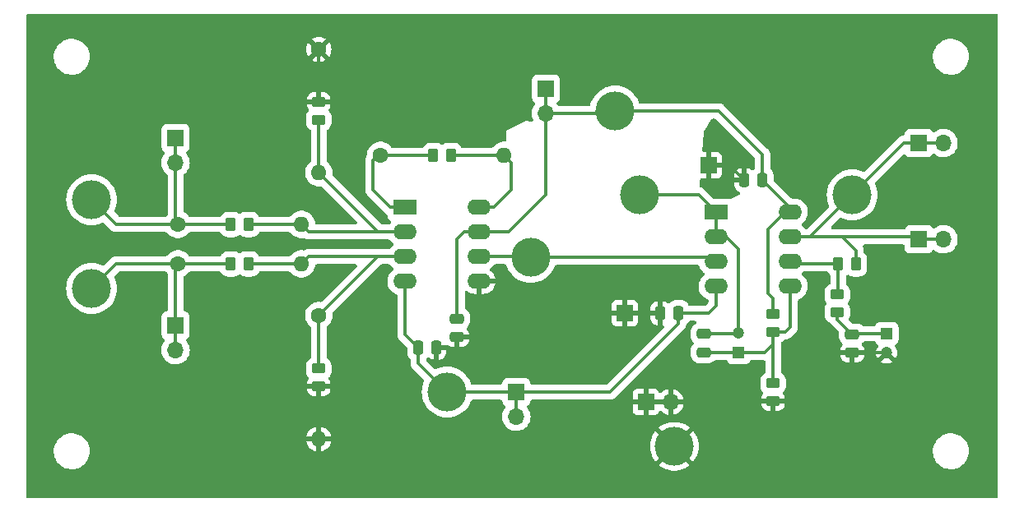
<source format=gbr>
%TF.GenerationSoftware,KiCad,Pcbnew,7.0.10-7.0.10~ubuntu22.04.1*%
%TF.CreationDate,2024-02-22T18:41:35-08:00*%
%TF.ProjectId,INA129-Amplifier,494e4131-3239-42d4-916d-706c69666965,rev?*%
%TF.SameCoordinates,PX2bf7208PY9a4d770*%
%TF.FileFunction,Copper,L1,Top*%
%TF.FilePolarity,Positive*%
%FSLAX46Y46*%
G04 Gerber Fmt 4.6, Leading zero omitted, Abs format (unit mm)*
G04 Created by KiCad (PCBNEW 7.0.10-7.0.10~ubuntu22.04.1) date 2024-02-22 18:41:35*
%MOMM*%
%LPD*%
G01*
G04 APERTURE LIST*
G04 Aperture macros list*
%AMRoundRect*
0 Rectangle with rounded corners*
0 $1 Rounding radius*
0 $2 $3 $4 $5 $6 $7 $8 $9 X,Y pos of 4 corners*
0 Add a 4 corners polygon primitive as box body*
4,1,4,$2,$3,$4,$5,$6,$7,$8,$9,$2,$3,0*
0 Add four circle primitives for the rounded corners*
1,1,$1+$1,$2,$3*
1,1,$1+$1,$4,$5*
1,1,$1+$1,$6,$7*
1,1,$1+$1,$8,$9*
0 Add four rect primitives between the rounded corners*
20,1,$1+$1,$2,$3,$4,$5,0*
20,1,$1+$1,$4,$5,$6,$7,0*
20,1,$1+$1,$6,$7,$8,$9,0*
20,1,$1+$1,$8,$9,$2,$3,0*%
G04 Aperture macros list end*
%TA.AperFunction,ComponentPad*%
%ADD10R,1.700000X1.700000*%
%TD*%
%TA.AperFunction,SMDPad,CuDef*%
%ADD11RoundRect,0.250000X-0.450000X0.262500X-0.450000X-0.262500X0.450000X-0.262500X0.450000X0.262500X0*%
%TD*%
%TA.AperFunction,SMDPad,CuDef*%
%ADD12RoundRect,0.250000X0.262500X0.450000X-0.262500X0.450000X-0.262500X-0.450000X0.262500X-0.450000X0*%
%TD*%
%TA.AperFunction,ComponentPad*%
%ADD13R,2.400000X1.600000*%
%TD*%
%TA.AperFunction,ComponentPad*%
%ADD14O,2.400000X1.600000*%
%TD*%
%TA.AperFunction,SMDPad,CuDef*%
%ADD15C,4.000000*%
%TD*%
%TA.AperFunction,ComponentPad*%
%ADD16O,1.700000X1.700000*%
%TD*%
%TA.AperFunction,ComponentPad*%
%ADD17C,1.600000*%
%TD*%
%TA.AperFunction,ComponentPad*%
%ADD18O,1.600000X1.600000*%
%TD*%
%TA.AperFunction,SMDPad,CuDef*%
%ADD19RoundRect,0.250000X0.450000X-0.262500X0.450000X0.262500X-0.450000X0.262500X-0.450000X-0.262500X0*%
%TD*%
%TA.AperFunction,SMDPad,CuDef*%
%ADD20RoundRect,0.250000X-0.262500X-0.450000X0.262500X-0.450000X0.262500X0.450000X-0.262500X0.450000X0*%
%TD*%
%TA.AperFunction,SMDPad,CuDef*%
%ADD21RoundRect,0.250000X0.475000X-0.250000X0.475000X0.250000X-0.475000X0.250000X-0.475000X-0.250000X0*%
%TD*%
%TA.AperFunction,SMDPad,CuDef*%
%ADD22RoundRect,0.250000X-0.475000X0.250000X-0.475000X-0.250000X0.475000X-0.250000X0.475000X0.250000X0*%
%TD*%
%TA.AperFunction,ComponentPad*%
%ADD23R,1.200000X1.200000*%
%TD*%
%TA.AperFunction,ComponentPad*%
%ADD24C,1.200000*%
%TD*%
%TA.AperFunction,SMDPad,CuDef*%
%ADD25RoundRect,0.250000X0.250000X0.475000X-0.250000X0.475000X-0.250000X-0.475000X0.250000X-0.475000X0*%
%TD*%
%TA.AperFunction,SMDPad,CuDef*%
%ADD26RoundRect,0.250000X-0.250000X-0.475000X0.250000X-0.475000X0.250000X0.475000X-0.250000X0.475000X0*%
%TD*%
%TA.AperFunction,Conductor*%
%ADD27C,0.355600*%
%TD*%
G04 APERTURE END LIST*
D10*
%TO.P,J9,1,Pin_1*%
%TO.N,GND*%
X70231000Y34290000D03*
%TD*%
%TO.P,J8,1,Pin_1*%
%TO.N,GND*%
X61595000Y19050000D03*
%TD*%
D11*
%TO.P,R14,1*%
%TO.N,Net-(U3B--)*%
X83439000Y20978500D03*
%TO.P,R14,2*%
%TO.N,Net-(C10-Pad2)*%
X83439000Y19153500D03*
%TD*%
D12*
%TO.P,R13,1*%
%TO.N,/ConditionedOutput*%
X85367500Y24130000D03*
%TO.P,R13,2*%
%TO.N,Net-(U3B--)*%
X83542500Y24130000D03*
%TD*%
D13*
%TO.P,U3,1*%
%TO.N,/BufferedOutput*%
X70978000Y29454000D03*
D14*
%TO.P,U3,2,-*%
X70978000Y26914000D03*
%TO.P,U3,3,+*%
%TO.N,/UnBufferedOutput*%
X70978000Y24374000D03*
%TO.P,U3,4,V-*%
%TO.N,-9V*%
X70978000Y21834000D03*
%TO.P,U3,5,+*%
%TO.N,Net-(U3B-+)*%
X78598000Y21834000D03*
%TO.P,U3,6,-*%
%TO.N,Net-(U3B--)*%
X78598000Y24374000D03*
%TO.P,U3,7*%
%TO.N,/ConditionedOutput*%
X78598000Y26914000D03*
%TO.P,U3,8,V+*%
%TO.N,+9V*%
X78598000Y29454000D03*
%TD*%
D13*
%TO.P,U1,1,Rg*%
%TO.N,/Gain2*%
X38974000Y29962000D03*
D14*
%TO.P,U1,2,-*%
%TO.N,/NegInputProtected*%
X38974000Y27422000D03*
%TO.P,U1,3,+*%
%TO.N,/PosInputProtected*%
X38974000Y24882000D03*
%TO.P,U1,4,V-*%
%TO.N,-9V*%
X38974000Y22342000D03*
%TO.P,U1,5,Ref*%
%TO.N,GND*%
X46594000Y22342000D03*
%TO.P,U1,6*%
%TO.N,/UnBufferedOutput*%
X46594000Y24882000D03*
%TO.P,U1,7,V+*%
%TO.N,+9V*%
X46594000Y27422000D03*
%TO.P,U1,8,Rg*%
%TO.N,/Gain1*%
X46594000Y29962000D03*
%TD*%
D15*
%TO.P,TPGND1,1,1*%
%TO.N,GND*%
X66675000Y5334000D03*
%TD*%
D10*
%TO.P,J5,1,Pin_1*%
%TO.N,GND*%
X63749000Y9906000D03*
D16*
%TO.P,J5,2,Pin_2*%
X66289000Y9906000D03*
%TD*%
D15*
%TO.P,TP-9V1,1,1*%
%TO.N,-9V*%
X43307000Y10922000D03*
%TD*%
%TO.P,TP+9V1,1,1*%
%TO.N,+9V*%
X60579000Y39878000D03*
%TD*%
%TO.P,TPBufOut1,1,1*%
%TO.N,/BufferedOutput*%
X63119000Y31242000D03*
%TD*%
%TO.P,TPBiasOut1,1,1*%
%TO.N,/ConditionedOutput*%
X84963000Y31242000D03*
%TD*%
%TO.P,TPRawOut1,1,1*%
%TO.N,/UnBufferedOutput*%
X51899000Y24798000D03*
%TD*%
%TO.P,TPE-1,1,1*%
%TO.N,/NegInput*%
X6731000Y30734000D03*
%TD*%
%TO.P,TPE+1,1,1*%
%TO.N,/PosInput*%
X6731000Y21590000D03*
%TD*%
D17*
%TO.P,R2,1*%
%TO.N,/PosInput*%
X15621000Y24130000D03*
D18*
%TO.P,R2,2*%
%TO.N,/PosInputProtected*%
X28321000Y24130000D03*
%TD*%
D17*
%TO.P,R3,1*%
%TO.N,/NegInput*%
X15621000Y28194000D03*
D18*
%TO.P,R3,2*%
%TO.N,/NegInputProtected*%
X28321000Y28194000D03*
%TD*%
%TO.P,R5,2*%
%TO.N,GND*%
X30099000Y6096000D03*
D17*
%TO.P,R5,1*%
%TO.N,/PosInputProtected*%
X30099000Y18796000D03*
%TD*%
%TO.P,R6,1*%
%TO.N,GND*%
X30099000Y46228000D03*
D18*
%TO.P,R6,2*%
%TO.N,/NegInputProtected*%
X30099000Y33528000D03*
%TD*%
D17*
%TO.P,R10,1*%
%TO.N,/Gain2*%
X36449000Y35306000D03*
D18*
%TO.P,R10,2*%
%TO.N,/Gain1*%
X49149000Y35306000D03*
%TD*%
D11*
%TO.P,R12,1*%
%TO.N,Net-(U3B-+)*%
X76835000Y11834500D03*
%TO.P,R12,2*%
%TO.N,GND*%
X76835000Y10009500D03*
%TD*%
%TO.P,R11,1*%
%TO.N,+9V*%
X76835000Y18946500D03*
%TO.P,R11,2*%
%TO.N,Net-(U3B-+)*%
X76835000Y17121500D03*
%TD*%
D19*
%TO.P,R8,2*%
%TO.N,/PosInputProtected*%
X30099000Y13358500D03*
%TO.P,R8,1*%
%TO.N,GND*%
X30099000Y11533500D03*
%TD*%
D11*
%TO.P,R9,2*%
%TO.N,/NegInputProtected*%
X30099000Y38965500D03*
%TO.P,R9,1*%
%TO.N,GND*%
X30099000Y40790500D03*
%TD*%
D20*
%TO.P,R4,1*%
%TO.N,/NegInput*%
X21058500Y28194000D03*
%TO.P,R4,2*%
%TO.N,/NegInputProtected*%
X22883500Y28194000D03*
%TD*%
%TO.P,R1,1*%
%TO.N,/PosInput*%
X21058500Y24130000D03*
%TO.P,R1,2*%
%TO.N,/PosInputProtected*%
X22883500Y24130000D03*
%TD*%
%TO.P,R7,1*%
%TO.N,/Gain2*%
X41886500Y35306000D03*
%TO.P,R7,2*%
%TO.N,/Gain1*%
X43711500Y35306000D03*
%TD*%
D10*
%TO.P,J7,1,Pin_1*%
%TO.N,/ConditionedOutput*%
X91816000Y36581000D03*
D16*
%TO.P,J7,2,Pin_2*%
X94356000Y36581000D03*
%TD*%
D10*
%TO.P,J6,1,Pin_1*%
%TO.N,/ConditionedOutput*%
X91816000Y26670000D03*
D16*
%TO.P,J6,2,Pin_2*%
X94356000Y26670000D03*
%TD*%
%TO.P,J4,2,Pin_2*%
%TO.N,-9V*%
X50419000Y8382000D03*
D10*
%TO.P,J4,1,Pin_1*%
X50419000Y10922000D03*
%TD*%
%TO.P,J3,1,Pin_1*%
%TO.N,+9V*%
X53467000Y42169000D03*
D16*
%TO.P,J3,2,Pin_2*%
X53467000Y39629000D03*
%TD*%
D10*
%TO.P,J1,1,Pin_1*%
%TO.N,/PosInput*%
X15367000Y17785000D03*
D16*
%TO.P,J1,2,Pin_2*%
X15367000Y15245000D03*
%TD*%
D10*
%TO.P,J2,1,Pin_1*%
%TO.N,/NegInput*%
X15367000Y37089000D03*
D16*
%TO.P,J2,2,Pin_2*%
X15367000Y34549000D03*
%TD*%
D21*
%TO.P,C10,1*%
%TO.N,GND*%
X84963000Y14986000D03*
%TO.P,C10,2*%
%TO.N,Net-(C10-Pad2)*%
X84963000Y16886000D03*
%TD*%
D22*
%TO.P,C8,1*%
%TO.N,/BufferedOutput*%
X69723000Y16908600D03*
%TO.P,C8,2*%
%TO.N,Net-(U3B-+)*%
X69723000Y15008600D03*
%TD*%
D23*
%TO.P,C9,1*%
%TO.N,Net-(C10-Pad2)*%
X88519000Y16952000D03*
D24*
%TO.P,C9,2*%
%TO.N,GND*%
X88519000Y14952000D03*
%TD*%
D23*
%TO.P,C7,1*%
%TO.N,Net-(U3B-+)*%
X73279000Y14986000D03*
D24*
%TO.P,C7,2*%
%TO.N,/BufferedOutput*%
X73279000Y16986000D03*
%TD*%
D25*
%TO.P,C12,1*%
%TO.N,-9V*%
X67117000Y19050000D03*
%TO.P,C12,2*%
%TO.N,GND*%
X65217000Y19050000D03*
%TD*%
%TO.P,C11,1*%
%TO.N,+9V*%
X75753000Y32766000D03*
%TO.P,C11,2*%
%TO.N,GND*%
X73853000Y32766000D03*
%TD*%
D26*
%TO.P,C4,1*%
%TO.N,-9V*%
X40325000Y15494000D03*
%TO.P,C4,2*%
%TO.N,GND*%
X42225000Y15494000D03*
%TD*%
D22*
%TO.P,C3,1*%
%TO.N,+9V*%
X44323000Y18476000D03*
%TO.P,C3,2*%
%TO.N,GND*%
X44323000Y16576000D03*
%TD*%
D27*
%TO.N,Net-(U3B-+)*%
X76835000Y17121500D02*
X76835000Y15875000D01*
X76835000Y15875000D02*
X75946000Y14986000D01*
X75946000Y14986000D02*
X73279000Y14986000D01*
X78598000Y21834000D02*
X78598000Y17638000D01*
X78081500Y17121500D02*
X76835000Y17121500D01*
X78598000Y17638000D02*
X78081500Y17121500D01*
%TO.N,-9V*%
X50419000Y8382000D02*
X50419000Y10922000D01*
%TO.N,GND*%
X61595000Y19050000D02*
X65217000Y19050000D01*
%TO.N,/BufferedOutput*%
X63119000Y31242000D02*
X69190000Y31242000D01*
X69190000Y31242000D02*
X70978000Y29454000D01*
%TO.N,GND*%
X73853000Y32766000D02*
X72329000Y34290000D01*
X72329000Y34290000D02*
X70231000Y34290000D01*
%TO.N,-9V*%
X50419000Y10922000D02*
X60071000Y10922000D01*
X60071000Y10922000D02*
X67117000Y17968000D01*
X67117000Y17968000D02*
X67117000Y19050000D01*
%TO.N,Net-(C10-Pad2)*%
X83439000Y19153500D02*
X83439000Y18410000D01*
X83439000Y18410000D02*
X84963000Y16886000D01*
%TO.N,Net-(U3B--)*%
X83542500Y24130000D02*
X83542500Y21082000D01*
X83542500Y21082000D02*
X83439000Y20978500D01*
X83542500Y24130000D02*
X78842000Y24130000D01*
X78842000Y24130000D02*
X78598000Y24374000D01*
%TO.N,/ConditionedOutput*%
X78598000Y26914000D02*
X83947000Y26914000D01*
X83947000Y26914000D02*
X84455000Y26914000D01*
X85367500Y24130000D02*
X85367500Y25493500D01*
X85367500Y25493500D02*
X83947000Y26914000D01*
%TO.N,-9V*%
X67117000Y19050000D02*
X70231000Y19050000D01*
X70231000Y19050000D02*
X70978000Y19797000D01*
X70978000Y19797000D02*
X70978000Y21834000D01*
%TO.N,/UnBufferedOutput*%
X51899000Y24798000D02*
X70554000Y24798000D01*
X70554000Y24798000D02*
X70978000Y24374000D01*
%TO.N,/ConditionedOutput*%
X91816000Y36581000D02*
X90302000Y36581000D01*
X90302000Y36581000D02*
X84963000Y31242000D01*
X78598000Y26914000D02*
X80635000Y26914000D01*
X80635000Y26914000D02*
X84963000Y31242000D01*
X84455000Y26914000D02*
X91572000Y26914000D01*
X91572000Y26914000D02*
X91816000Y26670000D01*
X91816000Y36581000D02*
X94356000Y36581000D01*
%TO.N,+9V*%
X53467000Y42169000D02*
X53467000Y39629000D01*
X75753000Y32766000D02*
X75753000Y35372000D01*
X75753000Y35372000D02*
X71247000Y39878000D01*
X71247000Y39878000D02*
X60579000Y39878000D01*
X46594000Y27422000D02*
X49647000Y27422000D01*
X49647000Y27422000D02*
X53467000Y31242000D01*
X53467000Y31242000D02*
X53467000Y39629000D01*
X53467000Y39629000D02*
X60330000Y39629000D01*
X60330000Y39629000D02*
X60579000Y39878000D01*
%TO.N,-9V*%
X43307000Y10922000D02*
X40325000Y13904000D01*
X40325000Y13904000D02*
X40325000Y15494000D01*
X50419000Y10922000D02*
X43307000Y10922000D01*
%TO.N,/BufferedOutput*%
X69723000Y16908600D02*
X73201600Y16908600D01*
X73201600Y16908600D02*
X73279000Y16986000D01*
%TO.N,Net-(U3B-+)*%
X69723000Y15008600D02*
X73256400Y15008600D01*
X73256400Y15008600D02*
X73279000Y14986000D01*
%TO.N,GND*%
X88519000Y14952000D02*
X84997000Y14952000D01*
X84997000Y14952000D02*
X84963000Y14986000D01*
%TO.N,Net-(C10-Pad2)*%
X88519000Y16952000D02*
X85029000Y16952000D01*
X85029000Y16952000D02*
X84963000Y16886000D01*
%TO.N,/BufferedOutput*%
X70978000Y26914000D02*
X70978000Y29454000D01*
%TO.N,+9V*%
X75753000Y32766000D02*
X78598000Y29921000D01*
X78598000Y29921000D02*
X78598000Y29454000D01*
%TO.N,/BufferedOutput*%
X70978000Y26914000D02*
X72019000Y26914000D01*
X72019000Y26914000D02*
X73279000Y25654000D01*
X73279000Y25654000D02*
X73279000Y16986000D01*
%TO.N,Net-(U3B-+)*%
X76835000Y17121500D02*
X76835000Y11834500D01*
%TO.N,+9V*%
X76835000Y18946500D02*
X76835000Y20574000D01*
X76835000Y20574000D02*
X76327000Y21082000D01*
X76327000Y21082000D02*
X76327000Y27686000D01*
X76327000Y27686000D02*
X78095000Y29454000D01*
X78095000Y29454000D02*
X78598000Y29454000D01*
%TO.N,/ConditionedOutput*%
X91816000Y26670000D02*
X94356000Y26670000D01*
%TO.N,/Gain2*%
X35687000Y34798000D02*
X35687000Y31750000D01*
X36449000Y35306000D02*
X36195000Y35306000D01*
X36195000Y35306000D02*
X35687000Y34798000D01*
X35687000Y31750000D02*
X37475000Y29962000D01*
X37475000Y29962000D02*
X38974000Y29962000D01*
X41886500Y35306000D02*
X36449000Y35306000D01*
%TO.N,/Gain1*%
X49149000Y35306000D02*
X43711500Y35306000D01*
X46594000Y29962000D02*
X48123000Y29962000D01*
X48123000Y29962000D02*
X49911000Y31750000D01*
X49911000Y31750000D02*
X49911000Y34544000D01*
X49911000Y34544000D02*
X49149000Y35306000D01*
%TO.N,/UnBufferedOutput*%
X46594000Y24882000D02*
X51815000Y24882000D01*
X51815000Y24882000D02*
X51899000Y24798000D01*
%TO.N,-9V*%
X38974000Y22342000D02*
X38974000Y16845000D01*
X38974000Y16845000D02*
X40325000Y15494000D01*
%TO.N,+9V*%
X44323000Y18476000D02*
X44323000Y26670000D01*
X44323000Y26670000D02*
X45075000Y27422000D01*
X45075000Y27422000D02*
X46594000Y27422000D01*
%TO.N,/PosInputProtected*%
X38974000Y24882000D02*
X36195000Y24882000D01*
X36185000Y24882000D02*
X36195000Y24882000D01*
X36195000Y24882000D02*
X29073000Y24882000D01*
X30099000Y18796000D02*
X36185000Y24882000D01*
%TO.N,/NegInputProtected*%
X38974000Y27422000D02*
X36703000Y27422000D01*
X36703000Y27422000D02*
X29093000Y27422000D01*
X30099000Y33528000D02*
X36205000Y27422000D01*
X36205000Y27422000D02*
X36703000Y27422000D01*
%TO.N,/PosInputProtected*%
X29073000Y24882000D02*
X28321000Y24130000D01*
%TO.N,/NegInputProtected*%
X29093000Y27422000D02*
X28321000Y28194000D01*
%TO.N,GND*%
X30099000Y11533500D02*
X30099000Y6096000D01*
%TO.N,/PosInputProtected*%
X30099000Y13358500D02*
X30099000Y18796000D01*
%TO.N,/NegInputProtected*%
X30099000Y38965500D02*
X30099000Y33528000D01*
%TO.N,GND*%
X30099000Y46228000D02*
X30099000Y40790500D01*
%TO.N,/PosInput*%
X15367000Y15245000D02*
X15367000Y17785000D01*
X15367000Y17785000D02*
X15367000Y23876000D01*
X15367000Y23876000D02*
X15621000Y24130000D01*
%TO.N,/NegInput*%
X15367000Y37089000D02*
X15367000Y34549000D01*
X15367000Y34549000D02*
X15367000Y28448000D01*
X15367000Y28448000D02*
X15621000Y28194000D01*
X21058500Y28194000D02*
X15621000Y28194000D01*
%TO.N,/NegInputProtected*%
X22883500Y28194000D02*
X28321000Y28194000D01*
%TO.N,/PosInputProtected*%
X22883500Y24130000D02*
X28321000Y24130000D01*
%TO.N,/PosInput*%
X15621000Y24130000D02*
X21058500Y24130000D01*
X6731000Y21590000D02*
X9271000Y24130000D01*
X9271000Y24130000D02*
X15621000Y24130000D01*
%TO.N,/NegInput*%
X6731000Y30734000D02*
X9271000Y28194000D01*
X9271000Y28194000D02*
X15621000Y28194000D01*
%TD*%
%TA.AperFunction,Conductor*%
%TO.N,GND*%
G36*
X49336526Y24073849D02*
G01*
X49399867Y24017734D01*
X49423157Y23969900D01*
X49454052Y23870756D01*
X49583645Y23582812D01*
X49583651Y23582802D01*
X49747002Y23312585D01*
X49747009Y23312576D01*
X49787471Y23260930D01*
X49941741Y23064020D01*
X49941744Y23064017D01*
X49941750Y23064010D01*
X50165009Y22840751D01*
X50165016Y22840745D01*
X50165020Y22840741D01*
X50413584Y22646003D01*
X50683809Y22482647D01*
X50971754Y22353053D01*
X51273220Y22259112D01*
X51583812Y22202194D01*
X51583818Y22202194D01*
X51583823Y22202193D01*
X51898993Y22183129D01*
X51899000Y22183129D01*
X51899007Y22183129D01*
X52214176Y22202193D01*
X52214179Y22202194D01*
X52214188Y22202194D01*
X52524780Y22259112D01*
X52826246Y22353053D01*
X53114191Y22482647D01*
X53384416Y22646003D01*
X53632980Y22840741D01*
X53856259Y23064020D01*
X54050997Y23312584D01*
X54214353Y23582809D01*
X54343947Y23870754D01*
X54348667Y23885904D01*
X54392447Y23958319D01*
X54464866Y24002096D01*
X54517461Y24010100D01*
X69085046Y24010100D01*
X69167209Y23989849D01*
X69230550Y23933734D01*
X69249096Y23899222D01*
X69254448Y23885902D01*
X69314329Y23736879D01*
X69440184Y23532477D01*
X69572926Y23381653D01*
X69598769Y23352289D01*
X69639118Y23319710D01*
X69735137Y23242180D01*
X69786341Y23174807D01*
X69800370Y23091356D01*
X69774010Y23010944D01*
X69723074Y22958144D01*
X69688940Y22935073D01*
X69688938Y22935072D01*
X69515654Y22768991D01*
X69515651Y22768988D01*
X69372918Y22576000D01*
X69325850Y22482646D01*
X69264853Y22361666D01*
X69264851Y22361660D01*
X69264850Y22361657D01*
X69194566Y22132159D01*
X69164077Y21894067D01*
X69164077Y21894064D01*
X69164077Y21894063D01*
X69174264Y21654245D01*
X69206823Y21503174D01*
X69224836Y21419594D01*
X69314329Y21196879D01*
X69440184Y20992477D01*
X69560505Y20855766D01*
X69598769Y20812289D01*
X69785525Y20661495D01*
X69995078Y20544431D01*
X69995081Y20544430D01*
X70072198Y20517183D01*
X70142922Y20470717D01*
X70183950Y20396707D01*
X70190100Y20350482D01*
X70190100Y20196591D01*
X70169849Y20114428D01*
X70138316Y20071575D01*
X69956425Y19889684D01*
X69884008Y19845905D01*
X69831409Y19837900D01*
X68281551Y19837900D01*
X68199388Y19858151D01*
X68136047Y19914266D01*
X68123161Y19936145D01*
X68113694Y19955233D01*
X68095978Y19990954D01*
X68095976Y19990957D01*
X67978769Y20136770D01*
X67832956Y20253977D01*
X67665347Y20337104D01*
X67483800Y20382252D01*
X67474464Y20382885D01*
X67441798Y20385100D01*
X66792202Y20385100D01*
X66759535Y20382885D01*
X66750200Y20382252D01*
X66750198Y20382252D01*
X66568652Y20337104D01*
X66401043Y20253977D01*
X66255231Y20136771D01*
X66227479Y20102245D01*
X66160218Y20050895D01*
X66076797Y20036684D01*
X65996328Y20062868D01*
X65964664Y20087998D01*
X65935349Y20117313D01*
X65935341Y20117319D01*
X65786121Y20209358D01*
X65786119Y20209359D01*
X65619694Y20264507D01*
X65516985Y20275000D01*
X65467000Y20275000D01*
X65467000Y17825000D01*
X65478149Y17813851D01*
X65515072Y17804750D01*
X65578413Y17748635D01*
X65608420Y17669512D01*
X65598220Y17585507D01*
X65557925Y17523185D01*
X59796425Y11761684D01*
X59724008Y11717905D01*
X59671409Y11709900D01*
X52052269Y11709900D01*
X51970106Y11730151D01*
X51906765Y11786266D01*
X51878993Y11859496D01*
X51878001Y11859314D01*
X51877015Y11864709D01*
X51876758Y11865389D01*
X51876596Y11867008D01*
X51876379Y11868197D01*
X51833373Y12016223D01*
X51833372Y12016224D01*
X51833372Y12016226D01*
X51754905Y12148907D01*
X51754903Y12148909D01*
X51754902Y12148911D01*
X51645910Y12257903D01*
X51626583Y12269333D01*
X51513226Y12336372D01*
X51513222Y12336373D01*
X51513221Y12336374D01*
X51365199Y12379378D01*
X51365186Y12379379D01*
X51330613Y12382100D01*
X51330608Y12382100D01*
X49507379Y12382100D01*
X49472801Y12379379D01*
X49324777Y12336374D01*
X49192089Y12257903D01*
X49083097Y12148911D01*
X49004626Y12016223D01*
X49004626Y12016221D01*
X48961622Y11868200D01*
X48959999Y11859312D01*
X48957643Y11859743D01*
X48935362Y11792524D01*
X48874457Y11733775D01*
X48793226Y11710059D01*
X48785732Y11709900D01*
X45925461Y11709900D01*
X45843298Y11730151D01*
X45779957Y11786266D01*
X45756667Y11834098D01*
X45751947Y11849246D01*
X45622353Y12137191D01*
X45458997Y12407416D01*
X45264259Y12655980D01*
X45264255Y12655984D01*
X45264249Y12655991D01*
X45040990Y12879250D01*
X45040983Y12879256D01*
X45040980Y12879259D01*
X44792416Y13073997D01*
X44792417Y13073997D01*
X44792415Y13073998D01*
X44522198Y13237349D01*
X44522188Y13237355D01*
X44234249Y13366946D01*
X44187226Y13381599D01*
X43932780Y13460888D01*
X43932775Y13460889D01*
X43622190Y13517806D01*
X43622176Y13517808D01*
X43307007Y13536871D01*
X43306993Y13536871D01*
X42991823Y13517808D01*
X42991809Y13517806D01*
X42681224Y13460889D01*
X42681221Y13460889D01*
X42681220Y13460888D01*
X42379754Y13366947D01*
X42379750Y13366946D01*
X42379746Y13366944D01*
X42212814Y13291814D01*
X42129578Y13276561D01*
X42048787Y13301736D01*
X42015237Y13328022D01*
X41186415Y14156844D01*
X41142636Y14229261D01*
X41137527Y14313729D01*
X41172257Y14390896D01*
X41186415Y14406876D01*
X41186765Y14407227D01*
X41186766Y14407230D01*
X41186769Y14407231D01*
X41214519Y14441754D01*
X41281777Y14493105D01*
X41365197Y14507317D01*
X41445667Y14481135D01*
X41477335Y14456003D01*
X41506650Y14426688D01*
X41506658Y14426682D01*
X41655878Y14334643D01*
X41655880Y14334642D01*
X41822305Y14279494D01*
X41925016Y14269001D01*
X41974999Y14269001D01*
X41975000Y14269002D01*
X41975000Y15244000D01*
X42475000Y15244000D01*
X42475000Y14269001D01*
X42524975Y14269001D01*
X42627694Y14279494D01*
X42794119Y14334642D01*
X42794121Y14334643D01*
X42943341Y14426682D01*
X42943349Y14426688D01*
X43067312Y14550651D01*
X43067318Y14550659D01*
X43159357Y14699879D01*
X43159358Y14699881D01*
X43214506Y14866306D01*
X43224999Y14969015D01*
X43225000Y14969020D01*
X43225000Y15244000D01*
X42475000Y15244000D01*
X41975000Y15244000D01*
X41975000Y15567200D01*
X41995251Y15649363D01*
X42051366Y15712704D01*
X42130489Y15742711D01*
X42151800Y15744000D01*
X43291713Y15744000D01*
X43335638Y15746661D01*
X43396600Y15723232D01*
X43528878Y15641643D01*
X43528880Y15641642D01*
X43695305Y15586494D01*
X43798017Y15576001D01*
X44073000Y15576001D01*
X44073000Y16326000D01*
X44573000Y16326000D01*
X44573000Y15576001D01*
X44847975Y15576001D01*
X44950694Y15586494D01*
X45117119Y15641642D01*
X45117121Y15641643D01*
X45266341Y15733682D01*
X45266349Y15733688D01*
X45390312Y15857651D01*
X45390318Y15857659D01*
X45482357Y16006879D01*
X45482358Y16006881D01*
X45537506Y16173306D01*
X45547999Y16276015D01*
X45548000Y16276020D01*
X45548000Y16326000D01*
X44573000Y16326000D01*
X44073000Y16326000D01*
X44073000Y16649200D01*
X44093251Y16731363D01*
X44149366Y16794704D01*
X44228489Y16824711D01*
X44249800Y16826000D01*
X45547999Y16826000D01*
X45547999Y16875975D01*
X45537506Y16978695D01*
X45482358Y17145120D01*
X45482357Y17145122D01*
X45390318Y17294342D01*
X45390312Y17294350D01*
X45360997Y17323665D01*
X45317218Y17396082D01*
X45312109Y17480550D01*
X45346839Y17557717D01*
X45375244Y17586480D01*
X45409769Y17614231D01*
X45526978Y17760046D01*
X45610102Y17927649D01*
X45655252Y18109202D01*
X45658100Y18151202D01*
X45658100Y18152173D01*
X60245000Y18152173D01*
X60251401Y18092626D01*
X60301646Y17957912D01*
X60387810Y17842811D01*
X60502911Y17756647D01*
X60637625Y17706402D01*
X60697172Y17700000D01*
X61345000Y17700000D01*
X61345000Y18614499D01*
X61452685Y18565320D01*
X61559237Y18550000D01*
X61630763Y18550000D01*
X61737315Y18565320D01*
X61845000Y18614499D01*
X61845000Y17700000D01*
X62492828Y17700000D01*
X62552374Y17706402D01*
X62687088Y17756647D01*
X62802189Y17842811D01*
X62888353Y17957912D01*
X62938598Y18092626D01*
X62945000Y18152173D01*
X62945000Y18800000D01*
X64217001Y18800000D01*
X64217001Y18525026D01*
X64227493Y18422306D01*
X64282641Y18255881D01*
X64282642Y18255879D01*
X64374681Y18106659D01*
X64374687Y18106651D01*
X64498650Y17982688D01*
X64498658Y17982682D01*
X64647878Y17890643D01*
X64647880Y17890642D01*
X64814305Y17835494D01*
X64917016Y17825001D01*
X64966999Y17825001D01*
X64967000Y17825002D01*
X64967000Y18800000D01*
X64217001Y18800000D01*
X62945000Y18800000D01*
X62028686Y18800000D01*
X62054493Y18840156D01*
X62095000Y18978111D01*
X62095000Y19121889D01*
X62054493Y19259844D01*
X62028686Y19300000D01*
X62945000Y19300000D01*
X64217000Y19300000D01*
X64967000Y19300000D01*
X64967000Y20275000D01*
X64917024Y20275000D01*
X64814305Y20264507D01*
X64647880Y20209359D01*
X64647878Y20209358D01*
X64498658Y20117319D01*
X64498650Y20117313D01*
X64374687Y19993350D01*
X64374681Y19993342D01*
X64282642Y19844122D01*
X64282641Y19844120D01*
X64227493Y19677695D01*
X64217000Y19574986D01*
X64217000Y19300000D01*
X62945000Y19300000D01*
X62945000Y19947828D01*
X62938598Y20007375D01*
X62888353Y20142089D01*
X62802189Y20257190D01*
X62687088Y20343354D01*
X62552374Y20393599D01*
X62492828Y20400000D01*
X61845000Y20400000D01*
X61845000Y19485502D01*
X61737315Y19534680D01*
X61630763Y19550000D01*
X61559237Y19550000D01*
X61452685Y19534680D01*
X61345000Y19485502D01*
X61345000Y20400000D01*
X60697172Y20400000D01*
X60637625Y20393599D01*
X60502911Y20343354D01*
X60387810Y20257190D01*
X60301646Y20142089D01*
X60251401Y20007375D01*
X60245000Y19947828D01*
X60245000Y19300000D01*
X61161314Y19300000D01*
X61135507Y19259844D01*
X61095000Y19121889D01*
X61095000Y18978111D01*
X61135507Y18840156D01*
X61161314Y18800000D01*
X60245000Y18800000D01*
X60245000Y18152173D01*
X45658100Y18152173D01*
X45658100Y18800798D01*
X45655252Y18842798D01*
X45622343Y18975129D01*
X45610103Y19024348D01*
X45607851Y19028889D01*
X45526978Y19191954D01*
X45526976Y19191957D01*
X45409769Y19337770D01*
X45263956Y19454977D01*
X45263949Y19454982D01*
X45209144Y19482163D01*
X45144535Y19536812D01*
X45112723Y19615227D01*
X45110900Y19640552D01*
X45110900Y21173758D01*
X45131151Y21255921D01*
X45187266Y21319262D01*
X45266389Y21349269D01*
X45350394Y21339069D01*
X45389109Y21318584D01*
X45541518Y21211865D01*
X45747672Y21115734D01*
X45967390Y21056861D01*
X45967395Y21056860D01*
X46137239Y21042000D01*
X46344000Y21042000D01*
X46344000Y21906499D01*
X46451685Y21857320D01*
X46558237Y21842000D01*
X46629763Y21842000D01*
X46736315Y21857320D01*
X46844000Y21906499D01*
X46844000Y21042000D01*
X47050761Y21042000D01*
X47220604Y21056860D01*
X47220609Y21056861D01*
X47440327Y21115734D01*
X47646480Y21211865D01*
X47646481Y21211865D01*
X47832815Y21342339D01*
X47832826Y21342348D01*
X47993652Y21503174D01*
X47993661Y21503185D01*
X48124135Y21689519D01*
X48124135Y21689520D01*
X48220265Y21895671D01*
X48272872Y22092000D01*
X47027686Y22092000D01*
X47053493Y22132156D01*
X47094000Y22270111D01*
X47094000Y22413889D01*
X47053493Y22551844D01*
X47027686Y22592000D01*
X48272872Y22592000D01*
X48272872Y22592001D01*
X48220265Y22788330D01*
X48124135Y22994481D01*
X48124135Y22994482D01*
X47993661Y23180816D01*
X47993652Y23180827D01*
X47832826Y23341653D01*
X47832810Y23341666D01*
X47748791Y23400497D01*
X47693102Y23464213D01*
X47673403Y23546510D01*
X47694205Y23628535D01*
X47750744Y23691497D01*
X47751020Y23691686D01*
X47883056Y23780925D01*
X47883060Y23780929D01*
X47883061Y23780929D01*
X48004281Y23897110D01*
X48056350Y23947014D01*
X48112128Y24022432D01*
X48177267Y24076448D01*
X48254275Y24094100D01*
X49254363Y24094100D01*
X49336526Y24073849D01*
G37*
%TD.AperFunction*%
%TA.AperFunction,Conductor*%
G36*
X70929572Y39069849D02*
G01*
X70972425Y39038316D01*
X74913316Y35097426D01*
X74957095Y35025009D01*
X74965100Y34972410D01*
X74965100Y33996868D01*
X74944849Y33914705D01*
X74899067Y33859068D01*
X74891231Y33852770D01*
X74863479Y33818245D01*
X74796218Y33766895D01*
X74712797Y33752684D01*
X74632328Y33778868D01*
X74600664Y33803998D01*
X74571349Y33833313D01*
X74571341Y33833319D01*
X74422121Y33925358D01*
X74422119Y33925359D01*
X74255694Y33980507D01*
X74152985Y33991000D01*
X74103000Y33991000D01*
X74103000Y32692800D01*
X74082749Y32610637D01*
X74026634Y32547296D01*
X73947511Y32517289D01*
X73926200Y32516000D01*
X72853001Y32516000D01*
X72853001Y32241026D01*
X72863493Y32138306D01*
X72918641Y31971881D01*
X72918642Y31971879D01*
X73010681Y31822659D01*
X73010687Y31822651D01*
X73134650Y31698688D01*
X73134658Y31698682D01*
X73283878Y31606643D01*
X73283877Y31606643D01*
X73313362Y31596873D01*
X73384985Y31551806D01*
X73427461Y31478616D01*
X73431058Y31394071D01*
X73394953Y31317537D01*
X73336819Y31270911D01*
X72490161Y30847582D01*
X72407616Y30828951D01*
X72361769Y30835937D01*
X72274199Y30861378D01*
X72239613Y30864100D01*
X72239608Y30864100D01*
X70755391Y30864100D01*
X70673228Y30884351D01*
X70630377Y30915882D01*
X69715844Y31830415D01*
X69715843Y31830416D01*
X69712401Y31833858D01*
X69712382Y31833876D01*
X69684356Y31861902D01*
X69684355Y31861903D01*
X69655060Y31880310D01*
X69638889Y31891784D01*
X69611843Y31913353D01*
X69611839Y31913356D01*
X69580668Y31928367D01*
X69563319Y31937955D01*
X69545440Y31949189D01*
X69534020Y31956365D01*
X69534012Y31956368D01*
X69501352Y31967797D01*
X69483040Y31975382D01*
X69451873Y31990391D01*
X69451869Y31990392D01*
X69418151Y31998088D01*
X69399098Y32003577D01*
X69369906Y32013792D01*
X69299043Y32060044D01*
X69257791Y32133930D01*
X69252112Y32195348D01*
X69300657Y32777886D01*
X69327660Y32858080D01*
X69388841Y32916541D01*
X69470183Y32939874D01*
X69476845Y32940000D01*
X69981000Y32940000D01*
X69981000Y33854499D01*
X70088685Y33805320D01*
X70195237Y33790000D01*
X70266763Y33790000D01*
X70373315Y33805320D01*
X70481000Y33854499D01*
X70481000Y32940000D01*
X71128828Y32940000D01*
X71188374Y32946402D01*
X71323088Y32996647D01*
X71348940Y33016000D01*
X72853000Y33016000D01*
X73603000Y33016000D01*
X73603000Y33991000D01*
X73553024Y33991000D01*
X73450305Y33980507D01*
X73283880Y33925359D01*
X73283878Y33925358D01*
X73134658Y33833319D01*
X73134650Y33833313D01*
X73010687Y33709350D01*
X73010681Y33709342D01*
X72918642Y33560122D01*
X72918641Y33560120D01*
X72863493Y33393695D01*
X72853000Y33290986D01*
X72853000Y33016000D01*
X71348940Y33016000D01*
X71438189Y33082811D01*
X71524353Y33197912D01*
X71574598Y33332626D01*
X71581000Y33392173D01*
X71581000Y34040000D01*
X70664686Y34040000D01*
X70690493Y34080156D01*
X70731000Y34218111D01*
X70731000Y34361889D01*
X70690493Y34499844D01*
X70664686Y34540000D01*
X71581000Y34540000D01*
X71581000Y35187828D01*
X71574598Y35247375D01*
X71524353Y35382089D01*
X71438189Y35497190D01*
X71323088Y35583354D01*
X71188374Y35633599D01*
X71128828Y35640000D01*
X70481000Y35640000D01*
X70481000Y34725502D01*
X70373315Y34774680D01*
X70266763Y34790000D01*
X70195237Y34790000D01*
X70088685Y34774680D01*
X69981000Y34725502D01*
X69981000Y35640000D01*
X69731313Y35640000D01*
X69649150Y35660251D01*
X69585809Y35716366D01*
X69555802Y35795489D01*
X69555124Y35831482D01*
X69610803Y36499637D01*
X69719213Y37800559D01*
X69746216Y37880753D01*
X69748251Y37883878D01*
X70499914Y39011371D01*
X70562340Y39068501D01*
X70644165Y39090077D01*
X70647020Y39090100D01*
X70847409Y39090100D01*
X70929572Y39069849D01*
G37*
%TD.AperFunction*%
%TA.AperFunction,Conductor*%
G36*
X65829507Y10115844D02*
G01*
X65789000Y9977889D01*
X65789000Y9834111D01*
X65829507Y9696156D01*
X65855314Y9656000D01*
X64182686Y9656000D01*
X64208493Y9696156D01*
X64249000Y9834111D01*
X64249000Y9977889D01*
X64208493Y10115844D01*
X64182686Y10156000D01*
X65855314Y10156000D01*
X65829507Y10115844D01*
G37*
%TD.AperFunction*%
%TA.AperFunction,Conductor*%
G36*
X99853863Y49890249D02*
G01*
X99917204Y49834134D01*
X99947211Y49755011D01*
X99948500Y49733700D01*
X99948500Y177300D01*
X99928249Y95137D01*
X99872134Y31796D01*
X99793011Y1789D01*
X99771700Y500D01*
X177300Y500D01*
X95137Y20751D01*
X31796Y76866D01*
X1789Y155989D01*
X500Y177300D01*
X500Y4758235D01*
X2844788Y4758235D01*
X2874412Y4488990D01*
X2874412Y4488987D01*
X2942925Y4226919D01*
X2942929Y4226909D01*
X3048869Y3977610D01*
X3186655Y3751841D01*
X3189982Y3746390D01*
X3363255Y3538180D01*
X3468243Y3444111D01*
X3564994Y3357421D01*
X3564996Y3357420D01*
X3564998Y3357418D01*
X3790910Y3207956D01*
X3790919Y3207952D01*
X4036164Y3092985D01*
X4036168Y3092984D01*
X4036176Y3092980D01*
X4295569Y3014940D01*
X4563561Y2975500D01*
X4563563Y2975500D01*
X4766629Y2975500D01*
X4766631Y2975500D01*
X4824465Y2979733D01*
X4969149Y2990322D01*
X4969152Y2990323D01*
X4969156Y2990323D01*
X5233553Y3049220D01*
X5486558Y3145986D01*
X5722777Y3278559D01*
X5874118Y3395420D01*
X65089972Y3395420D01*
X65332781Y3219009D01*
X65608438Y3067465D01*
X65608457Y3067456D01*
X65900916Y2951663D01*
X65900943Y2951654D01*
X66205622Y2873426D01*
X66517712Y2834001D01*
X66517718Y2834000D01*
X66832282Y2834000D01*
X66832287Y2834001D01*
X67144377Y2873426D01*
X67449056Y2951654D01*
X67449083Y2951663D01*
X67741542Y3067456D01*
X67741561Y3067465D01*
X68017215Y3219008D01*
X68017220Y3219011D01*
X68260026Y3395421D01*
X68260027Y3395421D01*
X66675001Y4980447D01*
X66675000Y4980447D01*
X65089972Y3395421D01*
X65089972Y3395420D01*
X5874118Y3395420D01*
X5937177Y3444112D01*
X6125186Y3639119D01*
X6282799Y3859421D01*
X6406656Y4100325D01*
X6494118Y4356695D01*
X6543319Y4623067D01*
X6553212Y4893765D01*
X6523587Y5163011D01*
X6523587Y5163014D01*
X6455074Y5425082D01*
X6455070Y5425092D01*
X6447239Y5443519D01*
X6360361Y5647961D01*
X6349130Y5674391D01*
X6208024Y5905600D01*
X6208018Y5905610D01*
X6034745Y6113820D01*
X5875913Y6256134D01*
X5833005Y6294580D01*
X5833002Y6294582D01*
X5755282Y6346001D01*
X28820127Y6346001D01*
X28820128Y6346000D01*
X29783314Y6346000D01*
X29771359Y6334045D01*
X29713835Y6221148D01*
X29694014Y6096000D01*
X29713835Y5970852D01*
X29771359Y5857955D01*
X29783314Y5846000D01*
X28820128Y5846000D01*
X28872734Y5649671D01*
X28968864Y5443520D01*
X28968864Y5443519D01*
X29099338Y5257185D01*
X29099347Y5257174D01*
X29260173Y5096348D01*
X29260184Y5096339D01*
X29446518Y4965865D01*
X29652670Y4869735D01*
X29848999Y4817128D01*
X29849000Y4817128D01*
X29849000Y5780314D01*
X29860955Y5768359D01*
X29973852Y5710835D01*
X30067519Y5696000D01*
X30130481Y5696000D01*
X30224148Y5710835D01*
X30337045Y5768359D01*
X30349000Y5780314D01*
X30349000Y4817128D01*
X30545329Y4869735D01*
X30751480Y4965865D01*
X30751481Y4965865D01*
X30937815Y5096339D01*
X30937826Y5096348D01*
X31098652Y5257174D01*
X31098661Y5257185D01*
X31152447Y5333998D01*
X64170057Y5333998D01*
X64189809Y5020040D01*
X64248753Y4711047D01*
X64345963Y4411868D01*
X64345963Y4411867D01*
X64479896Y4127246D01*
X64479904Y4127232D01*
X64648457Y3861634D01*
X64739285Y3751841D01*
X64739286Y3751841D01*
X66321447Y5334001D01*
X67028553Y5334001D01*
X68610713Y3751841D01*
X68701534Y3861623D01*
X68701544Y3861636D01*
X68870095Y4127232D01*
X68870103Y4127246D01*
X69004036Y4411867D01*
X69004036Y4411868D01*
X69101246Y4711047D01*
X69110248Y4758235D01*
X93268788Y4758235D01*
X93298412Y4488990D01*
X93298412Y4488987D01*
X93366925Y4226919D01*
X93366929Y4226909D01*
X93472869Y3977610D01*
X93610655Y3751841D01*
X93613982Y3746390D01*
X93787255Y3538180D01*
X93892243Y3444111D01*
X93988994Y3357421D01*
X93988996Y3357420D01*
X93988998Y3357418D01*
X94214910Y3207956D01*
X94214919Y3207952D01*
X94460164Y3092985D01*
X94460168Y3092984D01*
X94460176Y3092980D01*
X94719569Y3014940D01*
X94987561Y2975500D01*
X94987563Y2975500D01*
X95190629Y2975500D01*
X95190631Y2975500D01*
X95248465Y2979733D01*
X95393149Y2990322D01*
X95393152Y2990323D01*
X95393156Y2990323D01*
X95657553Y3049220D01*
X95910558Y3145986D01*
X96146777Y3278559D01*
X96361177Y3444112D01*
X96549186Y3639119D01*
X96706799Y3859421D01*
X96830656Y4100325D01*
X96918118Y4356695D01*
X96967319Y4623067D01*
X96977212Y4893765D01*
X96947587Y5163011D01*
X96947587Y5163014D01*
X96879074Y5425082D01*
X96879070Y5425092D01*
X96871239Y5443519D01*
X96784361Y5647961D01*
X96773130Y5674391D01*
X96632024Y5905600D01*
X96632018Y5905610D01*
X96458745Y6113820D01*
X96299913Y6256134D01*
X96257005Y6294580D01*
X96257002Y6294582D01*
X96031090Y6444044D01*
X96031084Y6444047D01*
X96031080Y6444049D01*
X95785835Y6559016D01*
X95785826Y6559019D01*
X95785824Y6559020D01*
X95526431Y6637060D01*
X95526428Y6637061D01*
X95526429Y6637061D01*
X95258445Y6676500D01*
X95258439Y6676500D01*
X95055369Y6676500D01*
X95055357Y6676500D01*
X94852850Y6661679D01*
X94852845Y6661678D01*
X94647345Y6615901D01*
X94588447Y6602780D01*
X94588444Y6602780D01*
X94335441Y6506014D01*
X94335439Y6506014D01*
X94099226Y6373443D01*
X94099218Y6373438D01*
X93884825Y6207890D01*
X93884819Y6207885D01*
X93696815Y6012883D01*
X93539200Y5792578D01*
X93415344Y5551675D01*
X93415342Y5551671D01*
X93327885Y5295318D01*
X93327882Y5295306D01*
X93278681Y5028936D01*
X93278681Y5028934D01*
X93268788Y4758236D01*
X93268788Y4758235D01*
X69110248Y4758235D01*
X69160190Y5020040D01*
X69179943Y5333998D01*
X69179943Y5334003D01*
X69160190Y5647961D01*
X69101246Y5956954D01*
X69004036Y6256133D01*
X69004036Y6256134D01*
X68870103Y6540755D01*
X68870095Y6540769D01*
X68701544Y6806365D01*
X68701541Y6806369D01*
X68610712Y6916161D01*
X67028553Y5334001D01*
X66321447Y5334001D01*
X64739286Y6916162D01*
X64739285Y6916162D01*
X64648463Y6806376D01*
X64648458Y6806368D01*
X64479904Y6540769D01*
X64479896Y6540755D01*
X64345963Y6256134D01*
X64345963Y6256133D01*
X64248753Y5956954D01*
X64189809Y5647961D01*
X64170057Y5334003D01*
X64170057Y5333998D01*
X31152447Y5333998D01*
X31229135Y5443519D01*
X31229135Y5443520D01*
X31325265Y5649671D01*
X31377872Y5846000D01*
X30414686Y5846000D01*
X30426641Y5857955D01*
X30484165Y5970852D01*
X30503986Y6096000D01*
X30484165Y6221148D01*
X30426641Y6334045D01*
X30414686Y6346000D01*
X31377872Y6346000D01*
X31377872Y6346001D01*
X31325265Y6542330D01*
X31229135Y6748481D01*
X31229135Y6748482D01*
X31098661Y6934816D01*
X31098652Y6934827D01*
X30937826Y7095653D01*
X30937815Y7095662D01*
X30751481Y7226136D01*
X30545324Y7322268D01*
X30349000Y7374873D01*
X30349000Y6411686D01*
X30337045Y6423641D01*
X30224148Y6481165D01*
X30130481Y6496000D01*
X30067519Y6496000D01*
X29973852Y6481165D01*
X29860955Y6423641D01*
X29849000Y6411686D01*
X29849000Y7374873D01*
X29848999Y7374873D01*
X29652675Y7322268D01*
X29446518Y7226136D01*
X29260184Y7095662D01*
X29260173Y7095653D01*
X29099347Y6934827D01*
X29099338Y6934816D01*
X28968864Y6748482D01*
X28968864Y6748481D01*
X28872734Y6542330D01*
X28820127Y6346001D01*
X5755282Y6346001D01*
X5607090Y6444044D01*
X5607084Y6444047D01*
X5607080Y6444049D01*
X5361835Y6559016D01*
X5361826Y6559019D01*
X5361824Y6559020D01*
X5102431Y6637060D01*
X5102428Y6637061D01*
X5102429Y6637061D01*
X4834445Y6676500D01*
X4834439Y6676500D01*
X4631369Y6676500D01*
X4631357Y6676500D01*
X4428850Y6661679D01*
X4428845Y6661678D01*
X4223345Y6615901D01*
X4164447Y6602780D01*
X4164444Y6602780D01*
X3911441Y6506014D01*
X3911439Y6506014D01*
X3675226Y6373443D01*
X3675218Y6373438D01*
X3460825Y6207890D01*
X3460819Y6207885D01*
X3272815Y6012883D01*
X3115200Y5792578D01*
X2991344Y5551675D01*
X2991342Y5551671D01*
X2903885Y5295318D01*
X2903882Y5295306D01*
X2854681Y5028936D01*
X2854681Y5028934D01*
X2844788Y4758236D01*
X2844788Y4758235D01*
X500Y4758235D01*
X500Y11283500D01*
X28899001Y11283500D01*
X28899001Y11221026D01*
X28909493Y11118306D01*
X28964641Y10951881D01*
X28964642Y10951879D01*
X29056681Y10802659D01*
X29056687Y10802651D01*
X29180650Y10678688D01*
X29180658Y10678682D01*
X29329878Y10586643D01*
X29329880Y10586642D01*
X29496305Y10531494D01*
X29599017Y10521001D01*
X29849000Y10521001D01*
X29849000Y11283500D01*
X30349000Y11283500D01*
X30349000Y10521001D01*
X30598975Y10521001D01*
X30701694Y10531494D01*
X30868119Y10586642D01*
X30868121Y10586643D01*
X31017341Y10678682D01*
X31017349Y10678688D01*
X31141312Y10802651D01*
X31141318Y10802659D01*
X31233357Y10951879D01*
X31233358Y10951881D01*
X31288506Y11118306D01*
X31298999Y11221015D01*
X31299000Y11221020D01*
X31299000Y11283500D01*
X30349000Y11283500D01*
X29849000Y11283500D01*
X28899001Y11283500D01*
X500Y11283500D01*
X500Y21589994D01*
X4116129Y21589994D01*
X4135192Y21274824D01*
X4135194Y21274810D01*
X4192111Y20964225D01*
X4192112Y20964220D01*
X4264187Y20732925D01*
X4286054Y20662751D01*
X4415645Y20374812D01*
X4415651Y20374802D01*
X4579002Y20104585D01*
X4579009Y20104576D01*
X4589052Y20091757D01*
X4773741Y19856020D01*
X4773744Y19856017D01*
X4773750Y19856010D01*
X4997009Y19632751D01*
X4997016Y19632745D01*
X4997020Y19632741D01*
X5245584Y19438003D01*
X5500681Y19283792D01*
X5515801Y19274652D01*
X5515811Y19274646D01*
X5611790Y19231449D01*
X5803754Y19145053D01*
X6105220Y19051112D01*
X6415812Y18994194D01*
X6415818Y18994194D01*
X6415823Y18994193D01*
X6730993Y18975129D01*
X6731000Y18975129D01*
X6731007Y18975129D01*
X7046176Y18994193D01*
X7046179Y18994194D01*
X7046188Y18994194D01*
X7356780Y19051112D01*
X7658246Y19145053D01*
X7946191Y19274647D01*
X8216416Y19438003D01*
X8464980Y19632741D01*
X8688259Y19856020D01*
X8882997Y20104584D01*
X9046353Y20374809D01*
X9175947Y20662754D01*
X9269888Y20964220D01*
X9326806Y21274812D01*
X9326807Y21274824D01*
X9345871Y21589994D01*
X9345871Y21590007D01*
X9326807Y21905177D01*
X9326806Y21905182D01*
X9326806Y21905188D01*
X9269888Y22215780D01*
X9175947Y22517246D01*
X9100812Y22684187D01*
X9085560Y22767422D01*
X9110735Y22848212D01*
X9137016Y22881759D01*
X9545576Y23290317D01*
X9617994Y23334095D01*
X9670592Y23342100D01*
X14355709Y23342100D01*
X14437872Y23321849D01*
X14501213Y23265734D01*
X14503693Y23262042D01*
X14504419Y23260930D01*
X14504421Y23260928D01*
X14504423Y23260925D01*
X14532375Y23230562D01*
X14573124Y23156397D01*
X14579100Y23110817D01*
X14579100Y19418269D01*
X14558849Y19336106D01*
X14502734Y19272765D01*
X14429504Y19244994D01*
X14429686Y19244001D01*
X14424291Y19243016D01*
X14423611Y19242758D01*
X14421992Y19242597D01*
X14420803Y19242380D01*
X14272777Y19199374D01*
X14140089Y19120903D01*
X14031097Y19011911D01*
X13952626Y18879223D01*
X13952626Y18879221D01*
X13909622Y18731200D01*
X13906900Y18696609D01*
X13906900Y16873380D01*
X13909621Y16838802D01*
X13952626Y16690778D01*
X13952627Y16690776D01*
X13952628Y16690774D01*
X14031095Y16558093D01*
X14031097Y16558090D01*
X14140090Y16449097D01*
X14140093Y16449095D01*
X14179186Y16425975D01*
X14239599Y16366720D01*
X14265554Y16286177D01*
X14251106Y16202797D01*
X14219271Y16154060D01*
X14210831Y16144891D01*
X14210830Y16144891D01*
X14078482Y15942318D01*
X14078480Y15942314D01*
X14078479Y15942312D01*
X14029314Y15830226D01*
X13981278Y15720716D01*
X13921878Y15486149D01*
X13901896Y15245002D01*
X13901896Y15244999D01*
X13907486Y15177543D01*
X13921878Y15003852D01*
X13981279Y14769282D01*
X14078479Y14547688D01*
X14207649Y14349978D01*
X14210830Y14345110D01*
X14374704Y14167096D01*
X14374707Y14167093D01*
X14374712Y14167088D01*
X14565664Y14018464D01*
X14565666Y14018463D01*
X14565670Y14018460D01*
X14625650Y13986001D01*
X14778474Y13903297D01*
X14778477Y13903296D01*
X15007331Y13824730D01*
X15007333Y13824730D01*
X15007338Y13824728D01*
X15246013Y13784900D01*
X15246016Y13784900D01*
X15487984Y13784900D01*
X15487987Y13784900D01*
X15726662Y13824728D01*
X15726668Y13824730D01*
X15726669Y13824730D01*
X15845502Y13865527D01*
X15955526Y13903297D01*
X16151022Y14009094D01*
X16168329Y14018460D01*
X16168329Y14018461D01*
X16168336Y14018464D01*
X16359288Y14167088D01*
X16523173Y14345114D01*
X16655521Y14547688D01*
X16752721Y14769282D01*
X16812122Y15003852D01*
X16832104Y15245000D01*
X16812122Y15486148D01*
X16752721Y15720718D01*
X16655521Y15942312D01*
X16523173Y16144886D01*
X16523170Y16144889D01*
X16523169Y16144891D01*
X16514733Y16154055D01*
X16473986Y16228221D01*
X16472373Y16312828D01*
X16510264Y16388493D01*
X16554812Y16425975D01*
X16593907Y16449095D01*
X16702905Y16558093D01*
X16781372Y16690774D01*
X16824378Y16838801D01*
X16827100Y16873387D01*
X16827099Y18696612D01*
X16827099Y18696613D01*
X16827099Y18696621D01*
X16824378Y18731199D01*
X16781373Y18879223D01*
X16781372Y18879224D01*
X16781372Y18879226D01*
X16702905Y19011907D01*
X16702903Y19011909D01*
X16702902Y19011911D01*
X16593910Y19120903D01*
X16575797Y19131615D01*
X16461226Y19199372D01*
X16461222Y19199373D01*
X16461221Y19199374D01*
X16313199Y19242378D01*
X16304312Y19244001D01*
X16304741Y19246351D01*
X16237490Y19268661D01*
X16178755Y19329579D01*
X16155057Y19410815D01*
X16154900Y19418269D01*
X16154900Y22710238D01*
X16175151Y22792401D01*
X16231266Y22855742D01*
X16247540Y22865722D01*
X16394895Y22945466D01*
X16579308Y23089000D01*
X16737581Y23260930D01*
X16738283Y23262006D01*
X16738774Y23262464D01*
X16742068Y23266695D01*
X16742746Y23266167D01*
X16800176Y23319710D01*
X16881798Y23342043D01*
X16886291Y23342100D01*
X19893848Y23342100D01*
X19976011Y23321849D01*
X20039352Y23265734D01*
X20052238Y23243855D01*
X20067022Y23214046D01*
X20178456Y23075416D01*
X20184233Y23068229D01*
X20330043Y22951024D01*
X20330044Y22951024D01*
X20330046Y22951022D01*
X20497649Y22867898D01*
X20497650Y22867898D01*
X20497652Y22867897D01*
X20588425Y22845323D01*
X20679202Y22822748D01*
X20721202Y22819900D01*
X20721209Y22819900D01*
X21395791Y22819900D01*
X21395798Y22819900D01*
X21437798Y22822748D01*
X21619351Y22867898D01*
X21786954Y22951022D01*
X21860233Y23009925D01*
X21936959Y23045617D01*
X22021484Y23041564D01*
X22081767Y23009925D01*
X22155043Y22951024D01*
X22155044Y22951024D01*
X22155046Y22951022D01*
X22322649Y22867898D01*
X22322650Y22867898D01*
X22322652Y22867897D01*
X22413425Y22845323D01*
X22504202Y22822748D01*
X22546202Y22819900D01*
X22546209Y22819900D01*
X23220791Y22819900D01*
X23220798Y22819900D01*
X23262798Y22822748D01*
X23444351Y22867898D01*
X23611954Y22951022D01*
X23757769Y23068231D01*
X23874978Y23214046D01*
X23889762Y23243855D01*
X23944411Y23308465D01*
X24022826Y23340277D01*
X24048152Y23342100D01*
X27055709Y23342100D01*
X27137872Y23321849D01*
X27201213Y23265734D01*
X27203693Y23262042D01*
X27204419Y23260930D01*
X27362692Y23089000D01*
X27362696Y23088997D01*
X27539966Y22951022D01*
X27547105Y22945466D01*
X27752628Y22834242D01*
X27973654Y22758364D01*
X28204156Y22719900D01*
X28204159Y22719900D01*
X28437841Y22719900D01*
X28437844Y22719900D01*
X28668346Y22758364D01*
X28889372Y22834242D01*
X29094895Y22945466D01*
X29279308Y23089000D01*
X29437581Y23260930D01*
X29565396Y23456566D01*
X29659268Y23670572D01*
X29716635Y23897110D01*
X29719518Y23931902D01*
X29746486Y24012112D01*
X29807640Y24070601D01*
X29888971Y24093971D01*
X29895714Y24094100D01*
X33856009Y24094100D01*
X33938172Y24073849D01*
X34001513Y24017734D01*
X34031520Y23938611D01*
X34021320Y23854606D01*
X33981026Y23792287D01*
X31304474Y21115734D01*
X30433594Y20244854D01*
X30361176Y20201076D01*
X30279481Y20195482D01*
X30215847Y20206100D01*
X30215844Y20206100D01*
X29982156Y20206100D01*
X29751654Y20167636D01*
X29602653Y20116484D01*
X29530625Y20091757D01*
X29325101Y19980532D01*
X29140696Y19837004D01*
X29140693Y19837001D01*
X29140692Y19837000D01*
X29061555Y19751035D01*
X28982415Y19665066D01*
X28854610Y19469446D01*
X28854607Y19469440D01*
X28854605Y19469436D01*
X28854604Y19469434D01*
X28848265Y19454982D01*
X28760730Y19255425D01*
X28760729Y19255421D01*
X28703365Y19028894D01*
X28703364Y19028889D01*
X28684067Y18796003D01*
X28684067Y18795998D01*
X28703364Y18563112D01*
X28703365Y18563107D01*
X28760729Y18336580D01*
X28760730Y18336576D01*
X28761143Y18335635D01*
X28854604Y18122566D01*
X28854606Y18122563D01*
X28854607Y18122561D01*
X28854610Y18122555D01*
X28982417Y17926932D01*
X29140684Y17755008D01*
X29140692Y17755000D01*
X29242893Y17675454D01*
X29295292Y17609009D01*
X29311100Y17535935D01*
X29311100Y14523153D01*
X29290849Y14440990D01*
X29234734Y14377649D01*
X29212857Y14364764D01*
X29183047Y14349980D01*
X29183043Y14349977D01*
X29037230Y14232770D01*
X28920023Y14086957D01*
X28836896Y13919348D01*
X28791748Y13737802D01*
X28791748Y13737800D01*
X28788900Y13695792D01*
X28788900Y13021209D01*
X28791748Y12979201D01*
X28791748Y12979199D01*
X28836896Y12797653D01*
X28920023Y12630044D01*
X29043236Y12476760D01*
X29041453Y12475327D01*
X29078076Y12414747D01*
X29083185Y12330279D01*
X29059759Y12269334D01*
X28964644Y12115127D01*
X28964641Y12115120D01*
X28909493Y11948695D01*
X28899000Y11845986D01*
X28899000Y11783500D01*
X31298999Y11783500D01*
X31298999Y11845975D01*
X31288506Y11948695D01*
X31233358Y12115120D01*
X31233357Y12115122D01*
X31138240Y12269333D01*
X31112343Y12349895D01*
X31126852Y12433264D01*
X31155944Y12475812D01*
X31154764Y12476760D01*
X31224048Y12562954D01*
X31277978Y12630046D01*
X31361102Y12797649D01*
X31406252Y12979202D01*
X31409100Y13021202D01*
X31409100Y13695798D01*
X31406252Y13737798D01*
X31384633Y13824730D01*
X31361103Y13919348D01*
X31361102Y13919351D01*
X31277978Y14086954D01*
X31258410Y14111298D01*
X31160769Y14232770D01*
X31014956Y14349977D01*
X31014952Y14349980D01*
X30985143Y14364764D01*
X30920534Y14419414D01*
X30888723Y14497829D01*
X30886900Y14523153D01*
X30886900Y17535935D01*
X30907151Y17618098D01*
X30955105Y17675454D01*
X31057308Y17755000D01*
X31215581Y17926930D01*
X31332998Y18106651D01*
X31343389Y18122555D01*
X31343389Y18122557D01*
X31343396Y18122566D01*
X31437268Y18336572D01*
X31494635Y18563110D01*
X31505697Y18696612D01*
X31513933Y18795998D01*
X31513933Y18796001D01*
X31507037Y18879221D01*
X31497691Y18992002D01*
X31511088Y19075552D01*
X31548866Y19131609D01*
X36459577Y24042319D01*
X36531992Y24086095D01*
X36584591Y24094100D01*
X37309071Y24094100D01*
X37391234Y24073849D01*
X37441790Y24034107D01*
X37562364Y23897108D01*
X37594769Y23860289D01*
X37659148Y23808307D01*
X37731137Y23750180D01*
X37782341Y23682807D01*
X37796370Y23599356D01*
X37770010Y23518944D01*
X37719074Y23466144D01*
X37684940Y23443073D01*
X37684938Y23443072D01*
X37511654Y23276991D01*
X37511651Y23276988D01*
X37368918Y23084000D01*
X37301872Y22951022D01*
X37260853Y22869666D01*
X37260851Y22869660D01*
X37260850Y22869657D01*
X37190566Y22640159D01*
X37160077Y22402067D01*
X37160077Y22402064D01*
X37160077Y22402063D01*
X37170264Y22162245D01*
X37218887Y21936637D01*
X37220836Y21927594D01*
X37310329Y21704879D01*
X37436184Y21500477D01*
X37578241Y21339069D01*
X37594769Y21320289D01*
X37781525Y21169495D01*
X37991078Y21052431D01*
X37991081Y21052430D01*
X38068198Y21025183D01*
X38138922Y20978717D01*
X38179950Y20904707D01*
X38186100Y20858482D01*
X38186100Y16795275D01*
X38186101Y16795242D01*
X38186101Y16756225D01*
X38193798Y16722498D01*
X38197118Y16702961D01*
X38200994Y16668564D01*
X38200994Y16668563D01*
X38212424Y16635899D01*
X38217912Y16616849D01*
X38225608Y16583131D01*
X38225609Y16583127D01*
X38240618Y16551960D01*
X38248203Y16533648D01*
X38259418Y16501600D01*
X38259635Y16500980D01*
X38278023Y16471715D01*
X38278045Y16471681D01*
X38287633Y16454332D01*
X38302644Y16423161D01*
X38302647Y16423157D01*
X38324216Y16396111D01*
X38335690Y16379940D01*
X38348062Y16360249D01*
X38354098Y16350644D01*
X38382124Y16322618D01*
X38382142Y16322599D01*
X38385584Y16319157D01*
X38385585Y16319156D01*
X39163117Y15541624D01*
X39206895Y15469208D01*
X39214900Y15416609D01*
X39214900Y14944209D01*
X39217748Y14902201D01*
X39217748Y14902199D01*
X39262896Y14720653D01*
X39346023Y14553044D01*
X39458201Y14413488D01*
X39463231Y14407231D01*
X39471062Y14400936D01*
X39522415Y14333680D01*
X39537100Y14263133D01*
X39537100Y13854275D01*
X39537101Y13854242D01*
X39537101Y13815225D01*
X39544798Y13781498D01*
X39548118Y13761961D01*
X39551994Y13727564D01*
X39551994Y13727563D01*
X39563424Y13694899D01*
X39568912Y13675849D01*
X39576608Y13642131D01*
X39576609Y13642127D01*
X39591618Y13610960D01*
X39599203Y13592648D01*
X39610632Y13559988D01*
X39610635Y13559980D01*
X39625155Y13536871D01*
X39629045Y13530681D01*
X39638633Y13513332D01*
X39653644Y13482161D01*
X39653647Y13482157D01*
X39675216Y13455111D01*
X39686689Y13438942D01*
X39705098Y13409644D01*
X39733124Y13381618D01*
X39733142Y13381599D01*
X39736584Y13378157D01*
X39736585Y13378156D01*
X40900979Y12213762D01*
X40944757Y12141346D01*
X40949866Y12056878D01*
X40937186Y12016186D01*
X40862056Y11849254D01*
X40862054Y11849250D01*
X40862053Y11849246D01*
X40818631Y11709900D01*
X40768111Y11547776D01*
X40711194Y11237191D01*
X40711192Y11237177D01*
X40692129Y10922007D01*
X40692129Y10921994D01*
X40711192Y10606824D01*
X40711194Y10606810D01*
X40754685Y10369490D01*
X40768112Y10296220D01*
X40826071Y10110225D01*
X40862054Y9994751D01*
X40991645Y9706812D01*
X40991651Y9706802D01*
X41155002Y9436585D01*
X41155009Y9436576D01*
X41178964Y9406000D01*
X41349741Y9188020D01*
X41349744Y9188017D01*
X41349750Y9188010D01*
X41573009Y8964751D01*
X41573016Y8964745D01*
X41573020Y8964741D01*
X41821584Y8770003D01*
X42091809Y8606647D01*
X42379754Y8477053D01*
X42681220Y8383112D01*
X42991812Y8326194D01*
X42991818Y8326194D01*
X42991823Y8326193D01*
X43306993Y8307129D01*
X43307000Y8307129D01*
X43307007Y8307129D01*
X43622176Y8326193D01*
X43622179Y8326194D01*
X43622188Y8326194D01*
X43932780Y8383112D01*
X44234246Y8477053D01*
X44522191Y8606647D01*
X44792416Y8770003D01*
X45040980Y8964741D01*
X45264259Y9188020D01*
X45458997Y9436584D01*
X45622353Y9706809D01*
X45751947Y9994754D01*
X45756667Y10009904D01*
X45800447Y10082319D01*
X45872866Y10126096D01*
X45925461Y10134100D01*
X48785731Y10134100D01*
X48867894Y10113849D01*
X48931235Y10057734D01*
X48959006Y9984505D01*
X48959999Y9984686D01*
X48960984Y9979292D01*
X48961242Y9978611D01*
X48961403Y9976993D01*
X48961620Y9975804D01*
X49004626Y9827778D01*
X49004627Y9827776D01*
X49004628Y9827774D01*
X49083095Y9695093D01*
X49083097Y9695090D01*
X49192090Y9586097D01*
X49192093Y9586095D01*
X49231186Y9562975D01*
X49291599Y9503720D01*
X49317554Y9423177D01*
X49303106Y9339797D01*
X49271271Y9291060D01*
X49262831Y9281891D01*
X49262830Y9281891D01*
X49130482Y9079318D01*
X49130480Y9079314D01*
X49130479Y9079312D01*
X49086325Y8978651D01*
X49033278Y8857716D01*
X49001544Y8732399D01*
X48973878Y8623148D01*
X48953896Y8382000D01*
X48973878Y8140852D01*
X49033279Y7906282D01*
X49130479Y7684688D01*
X49130481Y7684685D01*
X49130482Y7684683D01*
X49262830Y7482110D01*
X49426704Y7304096D01*
X49426707Y7304093D01*
X49426712Y7304088D01*
X49617664Y7155464D01*
X49617666Y7155463D01*
X49617670Y7155460D01*
X49704976Y7108213D01*
X49830474Y7040297D01*
X49830477Y7040296D01*
X50059331Y6961730D01*
X50059333Y6961730D01*
X50059338Y6961728D01*
X50298013Y6921900D01*
X50298016Y6921900D01*
X50539984Y6921900D01*
X50539987Y6921900D01*
X50778662Y6961728D01*
X50778668Y6961730D01*
X50778669Y6961730D01*
X50897502Y7002527D01*
X51007526Y7040297D01*
X51220336Y7155464D01*
X51370808Y7272581D01*
X65089971Y7272581D01*
X66674999Y5687553D01*
X66675000Y5687553D01*
X68260026Y7272581D01*
X68260026Y7272582D01*
X68017218Y7448992D01*
X67741561Y7600536D01*
X67741542Y7600545D01*
X67449083Y7716338D01*
X67449056Y7716347D01*
X67144377Y7794575D01*
X66832287Y7834000D01*
X66517712Y7834000D01*
X66205622Y7794575D01*
X65900943Y7716347D01*
X65900916Y7716338D01*
X65608457Y7600545D01*
X65608438Y7600536D01*
X65332787Y7448995D01*
X65089971Y7272581D01*
X51370808Y7272581D01*
X51411288Y7304088D01*
X51575173Y7482114D01*
X51707521Y7684688D01*
X51804721Y7906282D01*
X51864122Y8140852D01*
X51884104Y8382000D01*
X51864122Y8623148D01*
X51804721Y8857718D01*
X51738725Y9008173D01*
X62399000Y9008173D01*
X62405401Y8948626D01*
X62455646Y8813912D01*
X62541810Y8698811D01*
X62656911Y8612647D01*
X62791625Y8562402D01*
X62851172Y8556000D01*
X63499000Y8556000D01*
X63499000Y9470499D01*
X63606685Y9421320D01*
X63713237Y9406000D01*
X63784763Y9406000D01*
X63891315Y9421320D01*
X63999000Y9470499D01*
X63999000Y8556000D01*
X64646828Y8556000D01*
X64706374Y8562402D01*
X64841088Y8612647D01*
X64956189Y8698811D01*
X65042352Y8813911D01*
X65062901Y8869006D01*
X65110587Y8938912D01*
X65185298Y8978651D01*
X65269919Y8979117D01*
X65345064Y8940205D01*
X65353571Y8932240D01*
X65417911Y8867900D01*
X65417922Y8867891D01*
X65611422Y8732399D01*
X65825505Y8632570D01*
X66038999Y8575366D01*
X66039000Y8575366D01*
X66039000Y9470499D01*
X66146685Y9421320D01*
X66253237Y9406000D01*
X66324763Y9406000D01*
X66431315Y9421320D01*
X66539000Y9470499D01*
X66539000Y8575366D01*
X66752494Y8632570D01*
X66966576Y8732399D01*
X66966577Y8732399D01*
X67160077Y8867891D01*
X67160088Y8867900D01*
X67327100Y9034912D01*
X67327109Y9034923D01*
X67462601Y9228423D01*
X67562431Y9442511D01*
X67619636Y9656000D01*
X66722686Y9656000D01*
X66748493Y9696156D01*
X66767092Y9759500D01*
X75635001Y9759500D01*
X75635001Y9697026D01*
X75645493Y9594306D01*
X75700641Y9427881D01*
X75700642Y9427879D01*
X75792681Y9278659D01*
X75792687Y9278651D01*
X75916650Y9154688D01*
X75916658Y9154682D01*
X76065878Y9062643D01*
X76065880Y9062642D01*
X76232305Y9007494D01*
X76335017Y8997001D01*
X76585000Y8997001D01*
X76585000Y9759500D01*
X77085000Y9759500D01*
X77085000Y8997001D01*
X77334975Y8997001D01*
X77437694Y9007494D01*
X77604119Y9062642D01*
X77604121Y9062643D01*
X77753341Y9154682D01*
X77753349Y9154688D01*
X77877312Y9278651D01*
X77877318Y9278659D01*
X77969357Y9427879D01*
X77969358Y9427881D01*
X78024506Y9594306D01*
X78034999Y9697015D01*
X78035000Y9697020D01*
X78035000Y9759500D01*
X77085000Y9759500D01*
X76585000Y9759500D01*
X75635001Y9759500D01*
X66767092Y9759500D01*
X66789000Y9834111D01*
X66789000Y9977889D01*
X66748493Y10115844D01*
X66722686Y10156000D01*
X67619636Y10156000D01*
X67619636Y10156001D01*
X67562431Y10369490D01*
X67462601Y10583577D01*
X67462597Y10583583D01*
X67327114Y10777073D01*
X67327102Y10777087D01*
X67160088Y10944101D01*
X67160077Y10944110D01*
X66966577Y11079602D01*
X66752489Y11179432D01*
X66539000Y11236637D01*
X66539000Y10341502D01*
X66431315Y10390680D01*
X66324763Y10406000D01*
X66253237Y10406000D01*
X66146685Y10390680D01*
X66039000Y10341502D01*
X66039000Y11236636D01*
X66038999Y11236637D01*
X65825510Y11179432D01*
X65611423Y11079602D01*
X65611417Y11079598D01*
X65417927Y10944115D01*
X65417918Y10944107D01*
X65353571Y10879760D01*
X65281152Y10835982D01*
X65196685Y10830873D01*
X65119518Y10865604D01*
X65067331Y10932217D01*
X65062901Y10942994D01*
X65042352Y10998090D01*
X64956189Y11113190D01*
X64841088Y11199354D01*
X64706374Y11249599D01*
X64646828Y11256000D01*
X63999000Y11256000D01*
X63999000Y10341502D01*
X63891315Y10390680D01*
X63784763Y10406000D01*
X63713237Y10406000D01*
X63606685Y10390680D01*
X63499000Y10341502D01*
X63499000Y11256000D01*
X62851172Y11256000D01*
X62791625Y11249599D01*
X62656911Y11199354D01*
X62541810Y11113190D01*
X62455646Y10998089D01*
X62405401Y10863375D01*
X62399000Y10803828D01*
X62399000Y10156000D01*
X63315314Y10156000D01*
X63289507Y10115844D01*
X63249000Y9977889D01*
X63249000Y9834111D01*
X63289507Y9696156D01*
X63315314Y9656000D01*
X62399000Y9656000D01*
X62399000Y9008173D01*
X51738725Y9008173D01*
X51707521Y9079312D01*
X51575173Y9281886D01*
X51575170Y9281889D01*
X51575169Y9281891D01*
X51566733Y9291055D01*
X51525986Y9365221D01*
X51524373Y9449828D01*
X51562264Y9525493D01*
X51606812Y9562975D01*
X51645907Y9586095D01*
X51754905Y9695093D01*
X51833372Y9827774D01*
X51876378Y9975801D01*
X51876378Y9975811D01*
X51878001Y9984688D01*
X51880356Y9984258D01*
X51902638Y10051476D01*
X51963543Y10110225D01*
X52044774Y10133941D01*
X52052268Y10134100D01*
X60120118Y10134100D01*
X60120154Y10134101D01*
X60159772Y10134101D01*
X60159774Y10134101D01*
X60193511Y10141802D01*
X60213037Y10145119D01*
X60247434Y10148994D01*
X60280100Y10160426D01*
X60299144Y10165912D01*
X60332873Y10173609D01*
X60364042Y10188621D01*
X60382356Y10196207D01*
X60415020Y10207635D01*
X60444312Y10226042D01*
X60461672Y10235636D01*
X60464085Y10236798D01*
X60492840Y10250645D01*
X60519904Y10272230D01*
X60536043Y10283681D01*
X60565356Y10302098D01*
X60589173Y10325917D01*
X60589191Y10325932D01*
X67713068Y17449809D01*
X67713083Y17449827D01*
X67736902Y17473644D01*
X67755311Y17502944D01*
X67766774Y17519099D01*
X67788356Y17546160D01*
X67803371Y17577341D01*
X67812963Y17594695D01*
X67831365Y17623980D01*
X67842793Y17656643D01*
X67850377Y17674951D01*
X67865391Y17706127D01*
X67873089Y17739860D01*
X67878578Y17758909D01*
X67879880Y17762629D01*
X67890006Y17791566D01*
X67893880Y17825956D01*
X67897203Y17845505D01*
X67898105Y17849456D01*
X67936135Y17925051D01*
X67959699Y17947903D01*
X67978769Y17963231D01*
X68095978Y18109046D01*
X68119330Y18156131D01*
X68123161Y18163855D01*
X68177810Y18228465D01*
X68256225Y18260277D01*
X68281551Y18262100D01*
X68782797Y18262100D01*
X68864960Y18241849D01*
X68928301Y18185734D01*
X68958308Y18106611D01*
X68948108Y18022606D01*
X68900037Y17952963D01*
X68861351Y17926910D01*
X68782044Y17887578D01*
X68636230Y17770370D01*
X68519023Y17624557D01*
X68435896Y17456948D01*
X68390748Y17275402D01*
X68390748Y17275400D01*
X68390748Y17275398D01*
X68387900Y17233398D01*
X68387900Y16583802D01*
X68389470Y16560653D01*
X68390748Y16541801D01*
X68390748Y16541799D01*
X68435896Y16360253D01*
X68519023Y16192644D01*
X68618116Y16069366D01*
X68653807Y15992640D01*
X68649754Y15908115D01*
X68618116Y15847834D01*
X68519023Y15724557D01*
X68435896Y15556948D01*
X68390748Y15375402D01*
X68390748Y15375400D01*
X68390748Y15375398D01*
X68387900Y15333398D01*
X68387900Y14683802D01*
X68390392Y14647052D01*
X68390748Y14641801D01*
X68390748Y14641799D01*
X68435896Y14460253D01*
X68519023Y14292644D01*
X68636230Y14146831D01*
X68782043Y14029624D01*
X68782044Y14029624D01*
X68782046Y14029622D01*
X68949649Y13946498D01*
X68949650Y13946498D01*
X68949652Y13946497D01*
X69040425Y13923923D01*
X69131202Y13901348D01*
X69173202Y13898500D01*
X69173209Y13898500D01*
X70272791Y13898500D01*
X70272798Y13898500D01*
X70314798Y13901348D01*
X70496351Y13946498D01*
X70663954Y14029622D01*
X70809769Y14146831D01*
X70816067Y14154666D01*
X70883327Y14206018D01*
X70953868Y14220700D01*
X71967106Y14220700D01*
X72049269Y14200449D01*
X72112610Y14144334D01*
X72119285Y14133898D01*
X72193093Y14009094D01*
X72302089Y13900098D01*
X72302091Y13900097D01*
X72302093Y13900095D01*
X72434774Y13821628D01*
X72582801Y13778622D01*
X72617387Y13775900D01*
X73940612Y13775901D01*
X73940620Y13775901D01*
X73971356Y13778320D01*
X73975199Y13778622D01*
X74123226Y13821628D01*
X74255907Y13900095D01*
X74364905Y14009093D01*
X74410952Y14086954D01*
X74425349Y14111298D01*
X74484604Y14171711D01*
X74565147Y14197666D01*
X74577528Y14198100D01*
X75870300Y14198100D01*
X75952463Y14177849D01*
X76015804Y14121734D01*
X76045811Y14042611D01*
X76047100Y14021300D01*
X76047100Y12999153D01*
X76026849Y12916990D01*
X75970734Y12853649D01*
X75948857Y12840764D01*
X75919047Y12825980D01*
X75919043Y12825977D01*
X75773230Y12708770D01*
X75656023Y12562957D01*
X75572896Y12395348D01*
X75527748Y12213802D01*
X75527748Y12213800D01*
X75524900Y12171792D01*
X75524900Y11497209D01*
X75527748Y11455201D01*
X75527748Y11455199D01*
X75572896Y11273653D01*
X75656023Y11106044D01*
X75779236Y10952760D01*
X75777453Y10951327D01*
X75814076Y10890747D01*
X75819185Y10806279D01*
X75795759Y10745334D01*
X75700644Y10591127D01*
X75700641Y10591120D01*
X75645493Y10424695D01*
X75635000Y10321986D01*
X75635000Y10259500D01*
X78034999Y10259500D01*
X78034999Y10321975D01*
X78024506Y10424695D01*
X77969358Y10591120D01*
X77969357Y10591122D01*
X77874240Y10745333D01*
X77848343Y10825895D01*
X77862852Y10909264D01*
X77891944Y10951812D01*
X77890764Y10952760D01*
X77947833Y11023759D01*
X78013978Y11106046D01*
X78097102Y11273649D01*
X78142252Y11455202D01*
X78145100Y11497202D01*
X78145100Y12171798D01*
X78142252Y12213798D01*
X78113285Y12330279D01*
X78097103Y12395348D01*
X78091118Y12407416D01*
X78013978Y12562954D01*
X77960050Y12630044D01*
X77896769Y12708770D01*
X77750956Y12825977D01*
X77750952Y12825980D01*
X77721143Y12840764D01*
X77656534Y12895414D01*
X77624723Y12973829D01*
X77622900Y12999153D01*
X77622900Y14736000D01*
X83738001Y14736000D01*
X83738001Y14686026D01*
X83748493Y14583306D01*
X83803641Y14416881D01*
X83803642Y14416879D01*
X83895681Y14267659D01*
X83895687Y14267651D01*
X84019650Y14143688D01*
X84019658Y14143682D01*
X84168878Y14051643D01*
X84168880Y14051642D01*
X84335305Y13996494D01*
X84438017Y13986001D01*
X84713000Y13986001D01*
X84713000Y14736000D01*
X85213000Y14736000D01*
X85213000Y13986001D01*
X85487975Y13986001D01*
X85590694Y13996494D01*
X85654870Y14017760D01*
X87938311Y14017760D01*
X87938312Y14017759D01*
X88026584Y13963103D01*
X88216678Y13889460D01*
X88417070Y13852000D01*
X88620930Y13852000D01*
X88821321Y13889460D01*
X89011412Y13963102D01*
X89099687Y14017760D01*
X88519000Y14598447D01*
X88518999Y14598447D01*
X87938311Y14017760D01*
X85654870Y14017760D01*
X85757119Y14051642D01*
X85757121Y14051643D01*
X85906341Y14143682D01*
X85906349Y14143688D01*
X86030312Y14267651D01*
X86030318Y14267659D01*
X86122357Y14416879D01*
X86122358Y14416881D01*
X86177506Y14583306D01*
X86187999Y14686015D01*
X86188000Y14686020D01*
X86188000Y14736000D01*
X85213000Y14736000D01*
X84713000Y14736000D01*
X83738001Y14736000D01*
X77622900Y14736000D01*
X77622900Y15956849D01*
X77643151Y16039012D01*
X77699266Y16102353D01*
X77721143Y16115238D01*
X77750954Y16130022D01*
X77896769Y16247231D01*
X77903787Y16255963D01*
X77913116Y16267567D01*
X77980376Y16318918D01*
X78050916Y16333600D01*
X78130618Y16333600D01*
X78130654Y16333601D01*
X78170272Y16333601D01*
X78170274Y16333601D01*
X78204011Y16341302D01*
X78223537Y16344619D01*
X78257934Y16348494D01*
X78290600Y16359926D01*
X78309644Y16365412D01*
X78343373Y16373109D01*
X78374542Y16388121D01*
X78392856Y16395707D01*
X78425520Y16407135D01*
X78454812Y16425542D01*
X78472172Y16435136D01*
X78503340Y16450145D01*
X78530404Y16471730D01*
X78546543Y16483181D01*
X78575856Y16501598D01*
X78599674Y16525418D01*
X78599683Y16525425D01*
X78607341Y16533084D01*
X78607344Y16533085D01*
X79186414Y17112156D01*
X79217902Y17143644D01*
X79236311Y17172943D01*
X79247785Y17189113D01*
X79254023Y17196934D01*
X79269355Y17216160D01*
X79284368Y17247336D01*
X79293959Y17264688D01*
X79312365Y17293980D01*
X79323792Y17326641D01*
X79331374Y17344947D01*
X79346391Y17376126D01*
X79354090Y17409861D01*
X79359575Y17428901D01*
X79371006Y17461566D01*
X79374881Y17495966D01*
X79378199Y17515493D01*
X79385899Y17549225D01*
X79385899Y17588242D01*
X79385900Y17588275D01*
X79385900Y20347766D01*
X79406151Y20429929D01*
X79462266Y20493270D01*
X79489877Y20508871D01*
X79688173Y20598506D01*
X79688178Y20598510D01*
X79688185Y20598512D01*
X79887056Y20732925D01*
X79887060Y20732929D01*
X79887061Y20732929D01*
X79978045Y20820131D01*
X80060350Y20899014D01*
X80203082Y21092001D01*
X80311147Y21306334D01*
X80371428Y21503174D01*
X80381433Y21535842D01*
X80381882Y21539348D01*
X80411923Y21773937D01*
X80401736Y22013755D01*
X80351165Y22248402D01*
X80309113Y22353053D01*
X80261670Y22471122D01*
X80135815Y22675524D01*
X79977231Y22855711D01*
X79840862Y22965821D01*
X79789658Y23033194D01*
X79775629Y23116645D01*
X79801989Y23197057D01*
X79852929Y23249859D01*
X79887056Y23272925D01*
X79887061Y23272929D01*
X79907943Y23292942D01*
X79981274Y23335173D01*
X80030277Y23342100D01*
X82377848Y23342100D01*
X82460011Y23321849D01*
X82523352Y23265734D01*
X82536238Y23243855D01*
X82551022Y23214046D01*
X82668231Y23068231D01*
X82668232Y23068230D01*
X82668234Y23068228D01*
X82688564Y23051887D01*
X82739917Y22984628D01*
X82754600Y22914085D01*
X82754600Y22194484D01*
X82734349Y22112321D01*
X82678234Y22048980D01*
X82656355Y22036094D01*
X82523043Y21969977D01*
X82377230Y21852770D01*
X82260023Y21706957D01*
X82176896Y21539348D01*
X82131748Y21357802D01*
X82131748Y21357800D01*
X82128900Y21315792D01*
X82128900Y20641209D01*
X82131748Y20599201D01*
X82131748Y20599199D01*
X82176896Y20417653D01*
X82260023Y20250044D01*
X82318925Y20176766D01*
X82354616Y20100039D01*
X82350563Y20015515D01*
X82318925Y19955234D01*
X82260023Y19881957D01*
X82176896Y19714348D01*
X82131748Y19532802D01*
X82131748Y19532800D01*
X82131748Y19532798D01*
X82129186Y19495005D01*
X82128900Y19490792D01*
X82128900Y18816209D01*
X82131748Y18774201D01*
X82131748Y18774199D01*
X82176896Y18592653D01*
X82260023Y18425044D01*
X82377230Y18279231D01*
X82523043Y18162024D01*
X82523044Y18162024D01*
X82523046Y18162022D01*
X82636304Y18105851D01*
X82680003Y18084178D01*
X82744612Y18029529D01*
X82760737Y18002504D01*
X82767645Y17988160D01*
X82767647Y17988157D01*
X82789216Y17961111D01*
X82800690Y17944940D01*
X82811554Y17927649D01*
X82819098Y17915644D01*
X82847124Y17887618D01*
X82847142Y17887599D01*
X82850584Y17884157D01*
X82850585Y17884156D01*
X83576117Y17158624D01*
X83619895Y17086208D01*
X83627900Y17033609D01*
X83627900Y16561202D01*
X83629807Y16533085D01*
X83630748Y16519201D01*
X83630748Y16519199D01*
X83675896Y16337653D01*
X83759023Y16170044D01*
X83876230Y16024231D01*
X83910753Y15996481D01*
X83962104Y15929221D01*
X83976316Y15845801D01*
X83950133Y15765331D01*
X83925004Y15733666D01*
X83895684Y15704346D01*
X83895681Y15704342D01*
X83803642Y15555122D01*
X83803641Y15555120D01*
X83748493Y15388695D01*
X83738000Y15285986D01*
X83738000Y15236000D01*
X86187999Y15236000D01*
X86187999Y15285975D01*
X86177506Y15388695D01*
X86122358Y15555120D01*
X86122357Y15555122D01*
X86030318Y15704342D01*
X86030312Y15704350D01*
X86000997Y15733665D01*
X85957218Y15806082D01*
X85952109Y15890550D01*
X85986839Y15967717D01*
X86015246Y15996481D01*
X86049769Y16024231D01*
X86109120Y16098069D01*
X86176379Y16149418D01*
X86246920Y16164100D01*
X87220472Y16164100D01*
X87302635Y16143849D01*
X87365976Y16087734D01*
X87372651Y16077298D01*
X87433094Y15975094D01*
X87433096Y15975091D01*
X87542090Y15866097D01*
X87571342Y15848797D01*
X87631754Y15789541D01*
X87657709Y15708998D01*
X87643261Y15625618D01*
X87622433Y15590073D01*
X87579753Y15533556D01*
X87579752Y15533553D01*
X87488886Y15351068D01*
X87433097Y15154991D01*
X87433096Y15154989D01*
X87414287Y14952000D01*
X87433096Y14749012D01*
X87433097Y14749010D01*
X87488886Y14552933D01*
X87579754Y14370443D01*
X87581533Y14368088D01*
X88223654Y15010209D01*
X88215105Y14980160D01*
X88225454Y14868479D01*
X88275448Y14768078D01*
X88358334Y14692516D01*
X88462920Y14652000D01*
X88546802Y14652000D01*
X88629250Y14667412D01*
X88724610Y14726457D01*
X88792201Y14815962D01*
X88822895Y14923840D01*
X88814947Y15009606D01*
X89456465Y14368089D01*
X89456466Y14368089D01*
X89458241Y14370437D01*
X89458247Y14370448D01*
X89549113Y14552933D01*
X89604902Y14749010D01*
X89604903Y14749012D01*
X89623712Y14952000D01*
X89604903Y15154989D01*
X89604902Y15154991D01*
X89549113Y15351068D01*
X89458247Y15533553D01*
X89458245Y15533557D01*
X89415567Y15590072D01*
X89382213Y15667844D01*
X89388822Y15752207D01*
X89433880Y15823836D01*
X89466659Y15848798D01*
X89495907Y15866095D01*
X89604905Y15975093D01*
X89683372Y16107774D01*
X89726378Y16255801D01*
X89729100Y16290387D01*
X89729099Y17613612D01*
X89729099Y17613621D01*
X89726378Y17648201D01*
X89683373Y17796223D01*
X89683372Y17796224D01*
X89683372Y17796226D01*
X89604905Y17928907D01*
X89604903Y17928909D01*
X89604902Y17928911D01*
X89495910Y18037903D01*
X89479033Y18047884D01*
X89363226Y18116372D01*
X89363222Y18116373D01*
X89363221Y18116374D01*
X89215199Y18159378D01*
X89215186Y18159379D01*
X89180613Y18162100D01*
X89180608Y18162100D01*
X87857379Y18162100D01*
X87822801Y18159379D01*
X87674777Y18116374D01*
X87542089Y18037903D01*
X87433096Y17928910D01*
X87433094Y17928907D01*
X87372651Y17826702D01*
X87313396Y17766289D01*
X87232853Y17740334D01*
X87220472Y17739900D01*
X86121808Y17739900D01*
X86039645Y17760151D01*
X86011041Y17778900D01*
X85903956Y17864977D01*
X85736347Y17948104D01*
X85554800Y17993252D01*
X85545464Y17993885D01*
X85512798Y17996100D01*
X85512791Y17996100D01*
X85040391Y17996100D01*
X84958228Y18016351D01*
X84915375Y18047884D01*
X84681332Y18281927D01*
X84637553Y18354344D01*
X84632444Y18438812D01*
X84647956Y18485493D01*
X84701102Y18592649D01*
X84746252Y18774202D01*
X84749100Y18816202D01*
X84749100Y19490798D01*
X84746252Y19532798D01*
X84724424Y19620570D01*
X84701103Y19714348D01*
X84648323Y19820769D01*
X84617978Y19881954D01*
X84611764Y19889684D01*
X84559075Y19955233D01*
X84523383Y20031959D01*
X84527436Y20116484D01*
X84559075Y20176767D01*
X84585273Y20209359D01*
X84617978Y20250046D01*
X84701102Y20417649D01*
X84746252Y20599202D01*
X84749100Y20641202D01*
X84749100Y21315798D01*
X84746252Y21357798D01*
X84710770Y21500476D01*
X84701103Y21539348D01*
X84675982Y21590000D01*
X84617978Y21706954D01*
X84617976Y21706957D01*
X84500769Y21852770D01*
X84396433Y21936637D01*
X84345082Y22003897D01*
X84330400Y22074437D01*
X84330400Y22830166D01*
X84350651Y22912329D01*
X84406766Y22975670D01*
X84485889Y23005677D01*
X84569894Y22995477D01*
X84617967Y22967966D01*
X84639046Y22951022D01*
X84806649Y22867898D01*
X84806650Y22867898D01*
X84806652Y22867897D01*
X84897425Y22845323D01*
X84988202Y22822748D01*
X85030202Y22819900D01*
X85030209Y22819900D01*
X85704791Y22819900D01*
X85704798Y22819900D01*
X85746798Y22822748D01*
X85928351Y22867898D01*
X86095954Y22951022D01*
X86241769Y23068231D01*
X86358978Y23214046D01*
X86442102Y23381649D01*
X86487252Y23563202D01*
X86490100Y23605202D01*
X86490100Y24654798D01*
X86487252Y24696798D01*
X86456132Y24821934D01*
X86442103Y24878348D01*
X86442082Y24878391D01*
X86358978Y25045954D01*
X86346277Y25061755D01*
X86241769Y25191770D01*
X86221429Y25208120D01*
X86170080Y25275382D01*
X86155400Y25345917D01*
X86155400Y25542617D01*
X86155399Y25542655D01*
X86155399Y25582273D01*
X86155399Y25582275D01*
X86147697Y25616019D01*
X86144381Y25635540D01*
X86140506Y25669934D01*
X86137504Y25678512D01*
X86130600Y25698244D01*
X86129077Y25702596D01*
X86123588Y25721648D01*
X86123097Y25723801D01*
X86115891Y25755374D01*
X86114443Y25758380D01*
X86100880Y25786544D01*
X86093289Y25804870D01*
X86089048Y25816991D01*
X86081865Y25837520D01*
X86081864Y25837522D01*
X86070734Y25855236D01*
X86044167Y25935580D01*
X86057981Y26019066D01*
X86109011Y26086571D01*
X86185567Y26122628D01*
X86220434Y26126100D01*
X90179101Y26126100D01*
X90261264Y26105849D01*
X90324605Y26049734D01*
X90354612Y25970611D01*
X90355901Y25949300D01*
X90355901Y25758380D01*
X90358621Y25723802D01*
X90401626Y25575778D01*
X90401627Y25575776D01*
X90401628Y25575774D01*
X90480095Y25443093D01*
X90480097Y25443090D01*
X90589089Y25334098D01*
X90589091Y25334097D01*
X90589093Y25334095D01*
X90721774Y25255628D01*
X90869801Y25212622D01*
X90904387Y25209900D01*
X92727612Y25209901D01*
X92727620Y25209901D01*
X92758356Y25212320D01*
X92762199Y25212622D01*
X92910226Y25255628D01*
X93042907Y25334095D01*
X93151905Y25443093D01*
X93170819Y25475075D01*
X93176756Y25485113D01*
X93236011Y25545526D01*
X93316554Y25571481D01*
X93399934Y25557033D01*
X93437526Y25534637D01*
X93554664Y25443464D01*
X93554666Y25443463D01*
X93554670Y25443460D01*
X93641976Y25396213D01*
X93767474Y25328297D01*
X93767477Y25328296D01*
X93996331Y25249730D01*
X93996333Y25249730D01*
X93996338Y25249728D01*
X94235013Y25209900D01*
X94235016Y25209900D01*
X94476984Y25209900D01*
X94476987Y25209900D01*
X94715662Y25249728D01*
X94715668Y25249730D01*
X94715669Y25249730D01*
X94851633Y25296407D01*
X94944526Y25328297D01*
X95156647Y25443091D01*
X95157329Y25443460D01*
X95157329Y25443461D01*
X95157336Y25443464D01*
X95348288Y25592088D01*
X95512173Y25770114D01*
X95644521Y25972688D01*
X95741721Y26194282D01*
X95801122Y26428852D01*
X95821104Y26670000D01*
X95801122Y26911148D01*
X95741721Y27145718D01*
X95644521Y27367312D01*
X95512173Y27569886D01*
X95512170Y27569889D01*
X95512169Y27569891D01*
X95348295Y27747905D01*
X95348291Y27747909D01*
X95348288Y27747912D01*
X95157336Y27896536D01*
X95157334Y27896538D01*
X95157329Y27896541D01*
X94988347Y27987988D01*
X94944526Y28011703D01*
X94944522Y28011705D01*
X94715668Y28090271D01*
X94715084Y28090369D01*
X94476987Y28130100D01*
X94235013Y28130100D01*
X93996338Y28090272D01*
X93996337Y28090272D01*
X93996333Y28090271D01*
X93996330Y28090271D01*
X93767477Y28011705D01*
X93767476Y28011704D01*
X93767474Y28011704D01*
X93767474Y28011703D01*
X93765094Y28010415D01*
X93554671Y27896541D01*
X93554665Y27896538D01*
X93554664Y27896536D01*
X93552818Y27895099D01*
X93437527Y27805365D01*
X93360250Y27770881D01*
X93275799Y27776260D01*
X93203521Y27820269D01*
X93176756Y27854887D01*
X93151903Y27896910D01*
X93042910Y28005903D01*
X93035274Y28010419D01*
X92910226Y28084372D01*
X92910222Y28084373D01*
X92910221Y28084374D01*
X92762199Y28127378D01*
X92762186Y28127379D01*
X92727613Y28130100D01*
X92727608Y28130100D01*
X90904379Y28130100D01*
X90869801Y28127379D01*
X90721777Y28084374D01*
X90589089Y28005903D01*
X90480096Y27896910D01*
X90416102Y27788701D01*
X90356846Y27728289D01*
X90276303Y27702334D01*
X90263923Y27701900D01*
X82963992Y27701900D01*
X82881829Y27722151D01*
X82818488Y27778266D01*
X82788481Y27857389D01*
X82798681Y27941394D01*
X82838975Y28003716D01*
X83045159Y28209900D01*
X83671238Y28835981D01*
X83743654Y28879758D01*
X83828122Y28884867D01*
X83868813Y28872188D01*
X84035754Y28797053D01*
X84337220Y28703112D01*
X84647812Y28646194D01*
X84647818Y28646194D01*
X84647823Y28646193D01*
X84962993Y28627129D01*
X84963000Y28627129D01*
X84963007Y28627129D01*
X85278176Y28646193D01*
X85278179Y28646194D01*
X85278188Y28646194D01*
X85588780Y28703112D01*
X85890246Y28797053D01*
X86178191Y28926647D01*
X86448416Y29090003D01*
X86696980Y29284741D01*
X86920259Y29508020D01*
X87114997Y29756584D01*
X87278353Y30026809D01*
X87407947Y30314754D01*
X87501888Y30616220D01*
X87558806Y30926812D01*
X87558807Y30926824D01*
X87577871Y31241994D01*
X87577871Y31242007D01*
X87558807Y31557177D01*
X87558806Y31557182D01*
X87558806Y31557188D01*
X87501888Y31867780D01*
X87407947Y32169246D01*
X87332812Y32336187D01*
X87317559Y32419421D01*
X87342733Y32500211D01*
X87369016Y32533759D01*
X90211286Y35376029D01*
X90283701Y35419806D01*
X90368169Y35424915D01*
X90445336Y35390185D01*
X90476000Y35359373D01*
X90480093Y35354097D01*
X90480095Y35354093D01*
X90480097Y35354091D01*
X90480101Y35354086D01*
X90589089Y35245098D01*
X90589091Y35245097D01*
X90589093Y35245095D01*
X90721774Y35166628D01*
X90869801Y35123622D01*
X90904387Y35120900D01*
X92727612Y35120901D01*
X92727620Y35120901D01*
X92758356Y35123320D01*
X92762199Y35123622D01*
X92910226Y35166628D01*
X93042907Y35245095D01*
X93151905Y35354093D01*
X93173250Y35390185D01*
X93176756Y35396113D01*
X93236011Y35456526D01*
X93316554Y35482481D01*
X93399934Y35468033D01*
X93437526Y35445637D01*
X93554664Y35354464D01*
X93554666Y35354463D01*
X93554670Y35354460D01*
X93641976Y35307213D01*
X93767474Y35239297D01*
X93767477Y35239296D01*
X93996331Y35160730D01*
X93996333Y35160730D01*
X93996338Y35160728D01*
X94235013Y35120900D01*
X94235016Y35120900D01*
X94476984Y35120900D01*
X94476987Y35120900D01*
X94715662Y35160728D01*
X94715668Y35160730D01*
X94715669Y35160730D01*
X94834502Y35201527D01*
X94944526Y35239297D01*
X95156647Y35354091D01*
X95157329Y35354460D01*
X95157329Y35354461D01*
X95157336Y35354464D01*
X95348288Y35503088D01*
X95512173Y35681114D01*
X95644521Y35883688D01*
X95741721Y36105282D01*
X95801122Y36339852D01*
X95821104Y36581000D01*
X95801122Y36822148D01*
X95741721Y37056718D01*
X95644521Y37278312D01*
X95512173Y37480886D01*
X95512170Y37480889D01*
X95512169Y37480891D01*
X95348295Y37658905D01*
X95348291Y37658909D01*
X95348288Y37658912D01*
X95157336Y37807536D01*
X95157334Y37807538D01*
X95157329Y37807541D01*
X94977990Y37904593D01*
X94944526Y37922703D01*
X94944522Y37922705D01*
X94715668Y38001271D01*
X94715084Y38001369D01*
X94476987Y38041100D01*
X94235013Y38041100D01*
X93996338Y38001272D01*
X93996337Y38001272D01*
X93996333Y38001271D01*
X93996330Y38001271D01*
X93767477Y37922705D01*
X93767476Y37922704D01*
X93554671Y37807541D01*
X93554665Y37807538D01*
X93554664Y37807536D01*
X93546073Y37800849D01*
X93437527Y37716365D01*
X93360250Y37681881D01*
X93275799Y37687260D01*
X93203521Y37731269D01*
X93176756Y37765887D01*
X93151903Y37807910D01*
X93042910Y37916903D01*
X93042907Y37916905D01*
X92910226Y37995372D01*
X92910222Y37995373D01*
X92910221Y37995374D01*
X92762199Y38038378D01*
X92762186Y38038379D01*
X92727613Y38041100D01*
X92727608Y38041100D01*
X90904379Y38041100D01*
X90869801Y38038379D01*
X90721777Y37995374D01*
X90589089Y37916903D01*
X90480097Y37807911D01*
X90401626Y37675223D01*
X90401626Y37675221D01*
X90358622Y37527200D01*
X90356999Y37518312D01*
X90355233Y37518635D01*
X90332157Y37449048D01*
X90271245Y37390306D01*
X90221877Y37370874D01*
X90179498Y37361202D01*
X90159960Y37357882D01*
X90125562Y37354006D01*
X90092907Y37342579D01*
X90073860Y37337091D01*
X90040127Y37329392D01*
X90040124Y37329391D01*
X90008946Y37314377D01*
X89990640Y37306794D01*
X89957981Y37295366D01*
X89943132Y37286037D01*
X89928675Y37276953D01*
X89911337Y37267370D01*
X89880158Y37252355D01*
X89853104Y37230780D01*
X89836943Y37219313D01*
X89807645Y37200903D01*
X89807637Y37200897D01*
X89776160Y37169419D01*
X89776156Y37169415D01*
X87124840Y34518100D01*
X86254761Y33648021D01*
X86182343Y33604243D01*
X86097876Y33599134D01*
X86057186Y33611814D01*
X85890246Y33686947D01*
X85588780Y33780888D01*
X85588775Y33780889D01*
X85278190Y33837806D01*
X85278176Y33837808D01*
X84963007Y33856871D01*
X84962993Y33856871D01*
X84647823Y33837808D01*
X84647809Y33837806D01*
X84337224Y33780889D01*
X84337221Y33780889D01*
X84337220Y33780888D01*
X84246711Y33752684D01*
X84035750Y33686946D01*
X83747811Y33557355D01*
X83747801Y33557349D01*
X83477584Y33393998D01*
X83477575Y33393991D01*
X83229016Y33199256D01*
X83229009Y33199250D01*
X83005750Y32975991D01*
X83005744Y32975984D01*
X82811009Y32727425D01*
X82811002Y32727416D01*
X82647651Y32457199D01*
X82647645Y32457189D01*
X82518054Y32169250D01*
X82471544Y32019993D01*
X82429663Y31885592D01*
X82424111Y31867776D01*
X82367194Y31557191D01*
X82367192Y31557177D01*
X82348129Y31242007D01*
X82348129Y31241994D01*
X82367192Y30926824D01*
X82367194Y30926810D01*
X82424111Y30616225D01*
X82424112Y30616220D01*
X82505405Y30355343D01*
X82518054Y30314751D01*
X82593185Y30147815D01*
X82608438Y30064579D01*
X82583263Y29983789D01*
X82556978Y29950239D01*
X80375062Y27768322D01*
X80302644Y27724543D01*
X80218176Y27719434D01*
X80141009Y27754164D01*
X80117329Y27776528D01*
X79977231Y27935711D01*
X79893008Y28003716D01*
X79840862Y28045821D01*
X79789658Y28113194D01*
X79775629Y28196645D01*
X79801989Y28277057D01*
X79852929Y28329859D01*
X79887056Y28352925D01*
X79887061Y28352929D01*
X80052735Y28511716D01*
X80060350Y28519014D01*
X80203082Y28712001D01*
X80311147Y28926334D01*
X80372364Y29126230D01*
X80381433Y29155842D01*
X80383771Y29174100D01*
X80411923Y29393937D01*
X80401736Y29633755D01*
X80351165Y29868402D01*
X80351163Y29868407D01*
X80261670Y30091122D01*
X80135815Y30295524D01*
X79977231Y30475711D01*
X79959948Y30489666D01*
X79790475Y30626505D01*
X79580922Y30743569D01*
X79580921Y30743570D01*
X79580920Y30743570D01*
X79354597Y30823535D01*
X79166977Y30855705D01*
X79118017Y30864100D01*
X79118016Y30864100D01*
X78842391Y30864100D01*
X78760228Y30884351D01*
X78717375Y30915884D01*
X76914884Y32718375D01*
X76871105Y32790792D01*
X76863100Y32843391D01*
X76863100Y33315792D01*
X76862150Y33329806D01*
X76860252Y33357798D01*
X76832076Y33471096D01*
X76815103Y33539348D01*
X76815102Y33539351D01*
X76731978Y33706954D01*
X76730058Y33709342D01*
X76614769Y33852769D01*
X76606933Y33859068D01*
X76555581Y33926328D01*
X76540900Y33996868D01*
X76540900Y35421117D01*
X76540899Y35421155D01*
X76540899Y35460773D01*
X76540899Y35460775D01*
X76533197Y35494519D01*
X76529881Y35514040D01*
X76526006Y35548434D01*
X76514577Y35581096D01*
X76509088Y35600148D01*
X76505281Y35616828D01*
X76501391Y35633874D01*
X76486380Y35665044D01*
X76478789Y35683370D01*
X76467366Y35716018D01*
X76467147Y35716366D01*
X76448953Y35745322D01*
X76439366Y35762670D01*
X76424355Y35793840D01*
X76424353Y35793843D01*
X76402782Y35820892D01*
X76391310Y35837060D01*
X76375582Y35862090D01*
X76372902Y35866356D01*
X76247356Y35991902D01*
X71772844Y40466415D01*
X71772843Y40466416D01*
X71769401Y40469858D01*
X71769382Y40469876D01*
X71741356Y40497902D01*
X71741355Y40497903D01*
X71712060Y40516310D01*
X71695889Y40527784D01*
X71694507Y40528886D01*
X71668840Y40549355D01*
X71668839Y40549356D01*
X71637668Y40564367D01*
X71620319Y40573955D01*
X71591020Y40592365D01*
X71591012Y40592368D01*
X71558352Y40603797D01*
X71540040Y40611382D01*
X71508873Y40626391D01*
X71508869Y40626392D01*
X71475151Y40634088D01*
X71456101Y40639576D01*
X71423436Y40651006D01*
X71389039Y40654882D01*
X71369502Y40658202D01*
X71335775Y40665899D01*
X71335774Y40665899D01*
X71296154Y40665899D01*
X71296118Y40665900D01*
X71291244Y40665900D01*
X63197461Y40665900D01*
X63115298Y40686151D01*
X63051957Y40742266D01*
X63028667Y40790098D01*
X63023947Y40805246D01*
X62894353Y41093191D01*
X62730997Y41363416D01*
X62536259Y41611980D01*
X62536255Y41611984D01*
X62536249Y41611991D01*
X62312990Y41835250D01*
X62312983Y41835256D01*
X62312980Y41835259D01*
X62064416Y42029997D01*
X62064417Y42029997D01*
X62064415Y42029998D01*
X61794198Y42193349D01*
X61794188Y42193355D01*
X61506249Y42322946D01*
X61506246Y42322947D01*
X61204780Y42416888D01*
X61204775Y42416889D01*
X60894190Y42473806D01*
X60894176Y42473808D01*
X60579007Y42492871D01*
X60578993Y42492871D01*
X60263823Y42473808D01*
X60263809Y42473806D01*
X59953224Y42416889D01*
X59953221Y42416889D01*
X59953220Y42416888D01*
X59802487Y42369918D01*
X59651750Y42322946D01*
X59363811Y42193355D01*
X59363801Y42193349D01*
X59093584Y42029998D01*
X59093575Y42029991D01*
X58845016Y41835256D01*
X58845009Y41835250D01*
X58621750Y41611991D01*
X58621744Y41611984D01*
X58427009Y41363425D01*
X58427002Y41363416D01*
X58263651Y41093199D01*
X58263645Y41093189D01*
X58134051Y40805243D01*
X58051741Y40541101D01*
X58007963Y40468683D01*
X57935545Y40424905D01*
X57882947Y40416900D01*
X54792016Y40416900D01*
X54709853Y40437151D01*
X54646512Y40493266D01*
X54644033Y40496956D01*
X54623173Y40528886D01*
X54623170Y40528889D01*
X54623169Y40528891D01*
X54614733Y40538055D01*
X54573986Y40612221D01*
X54572373Y40696828D01*
X54610264Y40772493D01*
X54654812Y40809975D01*
X54693907Y40833095D01*
X54802905Y40942093D01*
X54881372Y41074774D01*
X54924378Y41222801D01*
X54927100Y41257387D01*
X54927099Y43080612D01*
X54927099Y43080613D01*
X54927099Y43080621D01*
X54924378Y43115199D01*
X54881373Y43263223D01*
X54881372Y43263224D01*
X54881372Y43263226D01*
X54802905Y43395907D01*
X54802903Y43395909D01*
X54802902Y43395911D01*
X54693910Y43504903D01*
X54693907Y43504905D01*
X54561226Y43583372D01*
X54561222Y43583373D01*
X54561221Y43583374D01*
X54413199Y43626378D01*
X54413186Y43626379D01*
X54378613Y43629100D01*
X54378608Y43629100D01*
X52555379Y43629100D01*
X52520801Y43626379D01*
X52372777Y43583374D01*
X52240089Y43504903D01*
X52131097Y43395911D01*
X52052626Y43263223D01*
X52052626Y43263221D01*
X52009622Y43115200D01*
X52006900Y43080609D01*
X52006900Y41257380D01*
X52009621Y41222802D01*
X52052626Y41074778D01*
X52131097Y40942090D01*
X52240090Y40833097D01*
X52240093Y40833095D01*
X52279186Y40809975D01*
X52339599Y40750720D01*
X52365554Y40670177D01*
X52351106Y40586797D01*
X52319271Y40538060D01*
X52310831Y40528891D01*
X52310830Y40528891D01*
X52178482Y40326318D01*
X52081278Y40104716D01*
X52021878Y39870149D01*
X52001896Y39629002D01*
X52001896Y39628999D01*
X52021878Y39387852D01*
X52043416Y39302798D01*
X52081279Y39153282D01*
X52147072Y39003289D01*
X52161531Y38919912D01*
X52135586Y38839365D01*
X52075181Y38780102D01*
X51994154Y38755699D01*
X51950490Y38758903D01*
X51435001Y38862001D01*
X51434999Y38862000D01*
X49403000Y37846000D01*
X49403000Y36892900D01*
X49382749Y36810737D01*
X49326634Y36747396D01*
X49247511Y36717389D01*
X49226200Y36716100D01*
X49032156Y36716100D01*
X48801654Y36677636D01*
X48666588Y36631268D01*
X48580625Y36601757D01*
X48375101Y36490532D01*
X48190696Y36347004D01*
X48190693Y36347001D01*
X48190692Y36347000D01*
X48032419Y36175070D01*
X48031716Y36173995D01*
X48031225Y36173537D01*
X48027932Y36169305D01*
X48027253Y36169834D01*
X47969824Y36116290D01*
X47888202Y36093957D01*
X47883709Y36093900D01*
X44876152Y36093900D01*
X44793989Y36114151D01*
X44730648Y36170266D01*
X44717762Y36192145D01*
X44715625Y36196453D01*
X44702978Y36221954D01*
X44585769Y36367769D01*
X44585767Y36367771D01*
X44585766Y36367772D01*
X44439956Y36484977D01*
X44272347Y36568104D01*
X44090800Y36613252D01*
X44081464Y36613885D01*
X44048798Y36616100D01*
X43374202Y36616100D01*
X43341535Y36613885D01*
X43332200Y36613252D01*
X43332198Y36613252D01*
X43150652Y36568104D01*
X42983043Y36484977D01*
X42909766Y36426075D01*
X42833039Y36390384D01*
X42748515Y36394437D01*
X42688234Y36426075D01*
X42614956Y36484977D01*
X42447347Y36568104D01*
X42265800Y36613252D01*
X42256464Y36613885D01*
X42223798Y36616100D01*
X41549202Y36616100D01*
X41516535Y36613885D01*
X41507200Y36613252D01*
X41507198Y36613252D01*
X41325652Y36568104D01*
X41158043Y36484977D01*
X41012233Y36367772D01*
X40895020Y36221951D01*
X40880238Y36192145D01*
X40825589Y36127535D01*
X40747174Y36095723D01*
X40721848Y36093900D01*
X37714291Y36093900D01*
X37632128Y36114151D01*
X37568787Y36170266D01*
X37566306Y36173959D01*
X37565581Y36175070D01*
X37407308Y36347000D01*
X37230035Y36484977D01*
X37222898Y36490532D01*
X37222896Y36490533D01*
X37222895Y36490534D01*
X37017372Y36601758D01*
X36796346Y36677636D01*
X36565844Y36716100D01*
X36332156Y36716100D01*
X36101654Y36677636D01*
X35966588Y36631268D01*
X35880625Y36601757D01*
X35675101Y36490532D01*
X35490696Y36347004D01*
X35332415Y36175066D01*
X35204610Y35979446D01*
X35204607Y35979440D01*
X35110730Y35765425D01*
X35110729Y35765421D01*
X35053365Y35538894D01*
X35053364Y35538889D01*
X35034067Y35306003D01*
X35034067Y35298688D01*
X35031170Y35298688D01*
X35020087Y35229539D01*
X35016574Y35221769D01*
X35000634Y35188671D01*
X34991048Y35171327D01*
X34972638Y35142027D01*
X34972631Y35142011D01*
X34961203Y35109355D01*
X34953620Y35091048D01*
X34938610Y35059879D01*
X34938608Y35059873D01*
X34930911Y35026148D01*
X34925423Y35007099D01*
X34913994Y34974438D01*
X34910118Y34940039D01*
X34906798Y34920502D01*
X34899101Y34886775D01*
X34899101Y34847155D01*
X34899100Y34847117D01*
X34899100Y31700275D01*
X34899101Y31700242D01*
X34899101Y31661225D01*
X34906798Y31627498D01*
X34910118Y31607961D01*
X34913994Y31573564D01*
X34913994Y31573563D01*
X34925424Y31540899D01*
X34930912Y31521849D01*
X34938608Y31488131D01*
X34938609Y31488127D01*
X34953618Y31456960D01*
X34961203Y31438648D01*
X34972632Y31405988D01*
X34972635Y31405980D01*
X34991045Y31376681D01*
X35000633Y31359332D01*
X35015644Y31328161D01*
X35015647Y31328157D01*
X35024116Y31317537D01*
X35030093Y31310042D01*
X35037216Y31301111D01*
X35048689Y31284942D01*
X35067098Y31255644D01*
X35095124Y31227618D01*
X35095159Y31227581D01*
X36953567Y29369173D01*
X36953594Y29369148D01*
X36980644Y29342098D01*
X37009937Y29323693D01*
X37026105Y29312220D01*
X37053160Y29290644D01*
X37063811Y29285515D01*
X37129051Y29231620D01*
X37161771Y29153580D01*
X37163900Y29126230D01*
X37163900Y29100379D01*
X37166621Y29065802D01*
X37209626Y28917778D01*
X37209627Y28917776D01*
X37209628Y28917774D01*
X37261431Y28830180D01*
X37288097Y28785090D01*
X37397090Y28676097D01*
X37397092Y28676096D01*
X37397093Y28676095D01*
X37473350Y28630997D01*
X37533762Y28571743D01*
X37559718Y28491200D01*
X37545270Y28407820D01*
X37516081Y28362022D01*
X37511654Y28356992D01*
X37455872Y28281569D01*
X37390733Y28227552D01*
X37313725Y28209900D01*
X36604591Y28209900D01*
X36522428Y28230151D01*
X36479575Y28261684D01*
X31548872Y33192387D01*
X31505093Y33264804D01*
X31497692Y33332003D01*
X31499830Y33357798D01*
X31513933Y33528000D01*
X31512992Y33539351D01*
X31494635Y33760889D01*
X31494634Y33760894D01*
X31437270Y33987421D01*
X31437269Y33987425D01*
X31435701Y33991000D01*
X31343396Y34201434D01*
X31343391Y34201441D01*
X31343389Y34201446D01*
X31215584Y34397066D01*
X31215582Y34397068D01*
X31215581Y34397070D01*
X31057308Y34569000D01*
X31057303Y34569004D01*
X30955107Y34648547D01*
X30902707Y34714994D01*
X30886900Y34788067D01*
X30886900Y37800849D01*
X30907151Y37883012D01*
X30963266Y37946353D01*
X30985143Y37959238D01*
X31014954Y37974022D01*
X31160769Y38091231D01*
X31277978Y38237046D01*
X31361102Y38404649D01*
X31406252Y38586202D01*
X31409100Y38628202D01*
X31409100Y39302798D01*
X31406252Y39344798D01*
X31361102Y39526351D01*
X31277978Y39693954D01*
X31160769Y39839769D01*
X31154764Y39847240D01*
X31156546Y39848673D01*
X31119923Y39909254D01*
X31114814Y39993722D01*
X31138240Y40054668D01*
X31233357Y40208879D01*
X31233358Y40208881D01*
X31288506Y40375306D01*
X31298999Y40478015D01*
X31299000Y40478020D01*
X31299000Y40540500D01*
X28899001Y40540500D01*
X28899001Y40478026D01*
X28909493Y40375306D01*
X28964641Y40208881D01*
X28964642Y40208878D01*
X29059759Y40054668D01*
X29085656Y39974106D01*
X29071147Y39890737D01*
X29042060Y39848186D01*
X29043236Y39847240D01*
X28920023Y39693957D01*
X28836896Y39526348D01*
X28791748Y39344802D01*
X28791748Y39344800D01*
X28788900Y39302792D01*
X28788900Y38628209D01*
X28791748Y38586201D01*
X28791748Y38586199D01*
X28836896Y38404653D01*
X28920023Y38237044D01*
X29037228Y38091234D01*
X29037229Y38091233D01*
X29037231Y38091231D01*
X29183046Y37974022D01*
X29183050Y37974020D01*
X29183049Y37974020D01*
X29199254Y37965984D01*
X29212853Y37959239D01*
X29277463Y37904593D01*
X29309276Y37826178D01*
X29311100Y37800849D01*
X29311100Y34788067D01*
X29290849Y34705904D01*
X29242893Y34648547D01*
X29140696Y34569004D01*
X28982415Y34397066D01*
X28854610Y34201446D01*
X28854607Y34201440D01*
X28760730Y33987425D01*
X28760729Y33987421D01*
X28703365Y33760894D01*
X28703364Y33760889D01*
X28684067Y33528003D01*
X28684067Y33527998D01*
X28703364Y33295112D01*
X28703365Y33295107D01*
X28760729Y33068580D01*
X28760730Y33068576D01*
X28760732Y33068572D01*
X28854604Y32854566D01*
X28854606Y32854563D01*
X28854607Y32854561D01*
X28854610Y32854555D01*
X28982415Y32658935D01*
X28982417Y32658933D01*
X28982419Y32658930D01*
X29140692Y32487000D01*
X29325105Y32343466D01*
X29530628Y32232242D01*
X29751654Y32156364D01*
X29982156Y32117900D01*
X29982159Y32117900D01*
X30215842Y32117900D01*
X30215844Y32117900D01*
X30279478Y32128519D01*
X30363851Y32122069D01*
X30433594Y32079147D01*
X34001025Y28511716D01*
X34044804Y28439299D01*
X34049913Y28354831D01*
X34015183Y28277664D01*
X33948570Y28225476D01*
X33876009Y28209900D01*
X29897371Y28209900D01*
X29815208Y28230151D01*
X29751867Y28286266D01*
X29721860Y28365389D01*
X29721175Y28372100D01*
X29718053Y28409774D01*
X29716635Y28426890D01*
X29659268Y28653428D01*
X29565396Y28867434D01*
X29565391Y28867441D01*
X29565389Y28867446D01*
X29437584Y29063066D01*
X29437582Y29063068D01*
X29437581Y29063070D01*
X29279308Y29235000D01*
X29215401Y29284741D01*
X29094898Y29378532D01*
X29094896Y29378533D01*
X29094895Y29378534D01*
X28889372Y29489758D01*
X28668346Y29565636D01*
X28437844Y29604100D01*
X28204156Y29604100D01*
X27973654Y29565636D01*
X27794405Y29504100D01*
X27752625Y29489757D01*
X27547101Y29378532D01*
X27362696Y29235004D01*
X27362693Y29235001D01*
X27362692Y29235000D01*
X27204419Y29063070D01*
X27203716Y29061995D01*
X27203225Y29061537D01*
X27199932Y29057305D01*
X27199253Y29057834D01*
X27141824Y29004290D01*
X27060202Y28981957D01*
X27055709Y28981900D01*
X24048152Y28981900D01*
X23965989Y29002151D01*
X23902648Y29058266D01*
X23889762Y29080145D01*
X23883167Y29093443D01*
X23874978Y29109954D01*
X23757769Y29255769D01*
X23757767Y29255771D01*
X23757766Y29255772D01*
X23611956Y29372977D01*
X23444347Y29456104D01*
X23262800Y29501252D01*
X23253464Y29501885D01*
X23220798Y29504100D01*
X22546202Y29504100D01*
X22513535Y29501885D01*
X22504200Y29501252D01*
X22504198Y29501252D01*
X22322652Y29456104D01*
X22155043Y29372977D01*
X22081766Y29314075D01*
X22005039Y29278384D01*
X21920515Y29282437D01*
X21860234Y29314075D01*
X21786956Y29372977D01*
X21619347Y29456104D01*
X21437800Y29501252D01*
X21428464Y29501885D01*
X21395798Y29504100D01*
X20721202Y29504100D01*
X20688535Y29501885D01*
X20679200Y29501252D01*
X20679198Y29501252D01*
X20497652Y29456104D01*
X20330043Y29372977D01*
X20184233Y29255772D01*
X20142379Y29203703D01*
X20094547Y29144196D01*
X20067020Y29109951D01*
X20052238Y29080145D01*
X19997589Y29015535D01*
X19919174Y28983723D01*
X19893848Y28981900D01*
X16886291Y28981900D01*
X16804128Y29002151D01*
X16740787Y29058266D01*
X16738306Y29061959D01*
X16737581Y29063070D01*
X16579308Y29235000D01*
X16515401Y29284741D01*
X16394898Y29378532D01*
X16394896Y29378533D01*
X16394895Y29378534D01*
X16247550Y29458274D01*
X16184931Y29515188D01*
X16155932Y29594687D01*
X16154900Y29613763D01*
X16154900Y33225574D01*
X16175151Y33307737D01*
X16223107Y33365094D01*
X16359284Y33471085D01*
X16359283Y33471085D01*
X16359288Y33471088D01*
X16523173Y33649114D01*
X16655521Y33851688D01*
X16752721Y34073282D01*
X16812122Y34307852D01*
X16832104Y34549000D01*
X16830446Y34569004D01*
X16826155Y34620798D01*
X16812122Y34790148D01*
X16752721Y35024718D01*
X16655521Y35246312D01*
X16523173Y35448886D01*
X16523170Y35448889D01*
X16523169Y35448891D01*
X16514733Y35458055D01*
X16473986Y35532221D01*
X16472373Y35616828D01*
X16510264Y35692493D01*
X16554812Y35729975D01*
X16593907Y35753095D01*
X16702905Y35862093D01*
X16781372Y35994774D01*
X16824378Y36142801D01*
X16827100Y36177387D01*
X16827099Y38000612D01*
X16827099Y38000613D01*
X16827099Y38000621D01*
X16824378Y38035199D01*
X16781373Y38183223D01*
X16781372Y38183224D01*
X16781372Y38183226D01*
X16702905Y38315907D01*
X16702903Y38315909D01*
X16702902Y38315911D01*
X16593910Y38424903D01*
X16593907Y38424905D01*
X16461226Y38503372D01*
X16461222Y38503373D01*
X16461221Y38503374D01*
X16313199Y38546378D01*
X16313186Y38546379D01*
X16278613Y38549100D01*
X16278608Y38549100D01*
X14455379Y38549100D01*
X14420801Y38546379D01*
X14272777Y38503374D01*
X14140089Y38424903D01*
X14031097Y38315911D01*
X13952626Y38183223D01*
X13952626Y38183221D01*
X13909622Y38035200D01*
X13906900Y38000609D01*
X13906900Y36177380D01*
X13909621Y36142802D01*
X13952626Y35994778D01*
X13952627Y35994776D01*
X13952628Y35994774D01*
X14028574Y35866356D01*
X14031097Y35862090D01*
X14140090Y35753097D01*
X14140093Y35753095D01*
X14179186Y35729975D01*
X14239599Y35670720D01*
X14265554Y35590177D01*
X14251106Y35506797D01*
X14219271Y35458060D01*
X14210831Y35448891D01*
X14210830Y35448891D01*
X14078482Y35246318D01*
X14078480Y35246314D01*
X14078479Y35246312D01*
X14024663Y35123623D01*
X13981278Y35024716D01*
X13921878Y34790149D01*
X13901896Y34549002D01*
X13901896Y34548999D01*
X13921878Y34307852D01*
X13948823Y34201446D01*
X13981279Y34073282D01*
X14078479Y33851688D01*
X14078481Y33851685D01*
X14078482Y33851683D01*
X14090480Y33833319D01*
X14173036Y33706957D01*
X14210830Y33649110D01*
X14374704Y33471096D01*
X14374715Y33471085D01*
X14510893Y33365094D01*
X14563292Y33298647D01*
X14579100Y33225574D01*
X14579100Y29213184D01*
X14558849Y29131021D01*
X14532378Y29093443D01*
X14504418Y29063071D01*
X14503717Y29061996D01*
X14503226Y29061539D01*
X14499925Y29057297D01*
X14499244Y29057827D01*
X14441823Y29004290D01*
X14360201Y28981957D01*
X14355708Y28981900D01*
X9670591Y28981900D01*
X9588428Y29002151D01*
X9545575Y29033684D01*
X9137021Y29442238D01*
X9093242Y29514655D01*
X9088133Y29599123D01*
X9100813Y29639815D01*
X9175947Y29806754D01*
X9269888Y30108220D01*
X9326806Y30418812D01*
X9326807Y30418824D01*
X9345871Y30733994D01*
X9345871Y30734007D01*
X9326807Y31049177D01*
X9326806Y31049182D01*
X9326806Y31049188D01*
X9269888Y31359780D01*
X9175947Y31661246D01*
X9046353Y31949191D01*
X8882997Y32219416D01*
X8688259Y32467980D01*
X8688255Y32467984D01*
X8688249Y32467991D01*
X8464990Y32691250D01*
X8464983Y32691256D01*
X8464980Y32691259D01*
X8216416Y32885997D01*
X8216417Y32885997D01*
X8216415Y32885998D01*
X7946198Y33049349D01*
X7946188Y33049355D01*
X7658249Y33178946D01*
X7619942Y33190883D01*
X7356780Y33272888D01*
X7350707Y33274001D01*
X7046190Y33329806D01*
X7046176Y33329808D01*
X6731007Y33348871D01*
X6730993Y33348871D01*
X6415823Y33329808D01*
X6415809Y33329806D01*
X6105224Y33272889D01*
X6105221Y33272889D01*
X6105220Y33272888D01*
X6052379Y33256422D01*
X5803750Y33178946D01*
X5515811Y33049355D01*
X5515801Y33049349D01*
X5245584Y32885998D01*
X5245575Y32885991D01*
X4997016Y32691256D01*
X4997009Y32691250D01*
X4773750Y32467991D01*
X4773744Y32467984D01*
X4579009Y32219425D01*
X4579002Y32219416D01*
X4415651Y31949199D01*
X4415645Y31949189D01*
X4286054Y31661250D01*
X4239082Y31510513D01*
X4194760Y31368276D01*
X4192111Y31359776D01*
X4135194Y31049191D01*
X4135192Y31049177D01*
X4116129Y30734007D01*
X4116129Y30733994D01*
X4135192Y30418824D01*
X4135194Y30418810D01*
X4175730Y30197614D01*
X4192112Y30108220D01*
X4231546Y29981672D01*
X4286054Y29806751D01*
X4415645Y29518812D01*
X4415651Y29518802D01*
X4579002Y29248585D01*
X4579009Y29248576D01*
X4610636Y29208208D01*
X4773741Y29000020D01*
X4773744Y29000017D01*
X4773750Y29000010D01*
X4997009Y28776751D01*
X4997016Y28776745D01*
X4997020Y28776741D01*
X5245584Y28582003D01*
X5502173Y28426890D01*
X5515801Y28418652D01*
X5515811Y28418646D01*
X5602923Y28379440D01*
X5803754Y28289053D01*
X6105220Y28195112D01*
X6415812Y28138194D01*
X6415818Y28138194D01*
X6415823Y28138193D01*
X6730993Y28119129D01*
X6731000Y28119129D01*
X6731007Y28119129D01*
X7046176Y28138193D01*
X7046179Y28138194D01*
X7046188Y28138194D01*
X7356780Y28195112D01*
X7658246Y28289053D01*
X7825185Y28364188D01*
X7908420Y28379440D01*
X7989211Y28354265D01*
X8022758Y28327983D01*
X8402862Y27947879D01*
X8749579Y27601162D01*
X8749593Y27601149D01*
X8776644Y27574098D01*
X8776645Y27574097D01*
X8776647Y27574096D01*
X8805938Y27555691D01*
X8822111Y27544216D01*
X8849155Y27522648D01*
X8849160Y27522645D01*
X8880330Y27507634D01*
X8897681Y27498045D01*
X8926982Y27479634D01*
X8943988Y27473684D01*
X8959634Y27468210D01*
X8977956Y27460620D01*
X9009121Y27445611D01*
X9009122Y27445611D01*
X9009126Y27445609D01*
X9042856Y27437911D01*
X9061904Y27432423D01*
X9073255Y27428452D01*
X9094565Y27420994D01*
X9097681Y27420643D01*
X9128960Y27417119D01*
X9148481Y27413803D01*
X9182225Y27406101D01*
X9221846Y27406101D01*
X9221882Y27406100D01*
X9226756Y27406100D01*
X14355709Y27406100D01*
X14437872Y27385849D01*
X14501213Y27329734D01*
X14503693Y27326042D01*
X14504419Y27324930D01*
X14662692Y27153000D01*
X14662696Y27152997D01*
X14841265Y27014011D01*
X14847105Y27009466D01*
X15052628Y26898242D01*
X15273654Y26822364D01*
X15504156Y26783900D01*
X15504159Y26783900D01*
X15737841Y26783900D01*
X15737844Y26783900D01*
X15968346Y26822364D01*
X16189372Y26898242D01*
X16394895Y27009466D01*
X16579308Y27153000D01*
X16737581Y27324930D01*
X16738283Y27326006D01*
X16738774Y27326464D01*
X16742068Y27330695D01*
X16742746Y27330167D01*
X16800176Y27383710D01*
X16881798Y27406043D01*
X16886291Y27406100D01*
X19893848Y27406100D01*
X19976011Y27385849D01*
X20039352Y27329734D01*
X20052238Y27307855D01*
X20067022Y27278046D01*
X20184231Y27132231D01*
X20184233Y27132229D01*
X20330043Y27015024D01*
X20330044Y27015024D01*
X20330046Y27015022D01*
X20497649Y26931898D01*
X20497650Y26931898D01*
X20497652Y26931897D01*
X20581083Y26911149D01*
X20679202Y26886748D01*
X20721202Y26883900D01*
X20721209Y26883900D01*
X21395791Y26883900D01*
X21395798Y26883900D01*
X21437798Y26886748D01*
X21619351Y26931898D01*
X21786954Y27015022D01*
X21860233Y27073925D01*
X21936959Y27109617D01*
X22021484Y27105564D01*
X22081767Y27073925D01*
X22155043Y27015024D01*
X22155044Y27015024D01*
X22155046Y27015022D01*
X22322649Y26931898D01*
X22322650Y26931898D01*
X22322652Y26931897D01*
X22406083Y26911149D01*
X22504202Y26886748D01*
X22546202Y26883900D01*
X22546209Y26883900D01*
X23220791Y26883900D01*
X23220798Y26883900D01*
X23262798Y26886748D01*
X23444351Y26931898D01*
X23611954Y27015022D01*
X23757769Y27132231D01*
X23874978Y27278046D01*
X23889762Y27307855D01*
X23944411Y27372465D01*
X24022826Y27404277D01*
X24048152Y27406100D01*
X27055709Y27406100D01*
X27137872Y27385849D01*
X27201213Y27329734D01*
X27203693Y27326042D01*
X27204419Y27324930D01*
X27362692Y27153000D01*
X27362696Y27152997D01*
X27541265Y27014011D01*
X27547105Y27009466D01*
X27752628Y26898242D01*
X27973654Y26822364D01*
X28204156Y26783900D01*
X28204159Y26783900D01*
X28437842Y26783900D01*
X28437844Y26783900D01*
X28518576Y26797372D01*
X28602950Y26790922D01*
X28657908Y26761212D01*
X28671160Y26750644D01*
X28698241Y26737603D01*
X28702333Y26735632D01*
X28719685Y26726042D01*
X28738462Y26714244D01*
X28748980Y26707635D01*
X28781645Y26696205D01*
X28799948Y26688623D01*
X28831124Y26673610D01*
X28831126Y26673609D01*
X28838978Y26671818D01*
X28864855Y26665912D01*
X28883890Y26660429D01*
X28916566Y26648994D01*
X28950963Y26645119D01*
X28970487Y26641802D01*
X29004226Y26634101D01*
X29043846Y26634101D01*
X29043882Y26634100D01*
X29048756Y26634100D01*
X36160756Y26634100D01*
X36658756Y26634100D01*
X37309071Y26634100D01*
X37391234Y26613849D01*
X37441790Y26574107D01*
X37518445Y26487010D01*
X37594769Y26400289D01*
X37659148Y26348307D01*
X37731137Y26290180D01*
X37782341Y26222807D01*
X37796370Y26139356D01*
X37770010Y26058944D01*
X37719074Y26006144D01*
X37684940Y25983073D01*
X37684938Y25983072D01*
X37511654Y25816991D01*
X37511651Y25816988D01*
X37455872Y25741569D01*
X37390733Y25687552D01*
X37313725Y25669900D01*
X36273775Y25669900D01*
X36239244Y25669900D01*
X29161775Y25669900D01*
X28984226Y25669900D01*
X28984223Y25669900D01*
X28984220Y25669899D01*
X28950485Y25662200D01*
X28930946Y25658881D01*
X28896566Y25655006D01*
X28863905Y25643578D01*
X28844864Y25638093D01*
X28811132Y25630393D01*
X28811128Y25630392D01*
X28779952Y25615379D01*
X28761646Y25607796D01*
X28728979Y25596365D01*
X28728975Y25596363D01*
X28699681Y25577957D01*
X28682342Y25568374D01*
X28651153Y25553353D01*
X28646603Y25550494D01*
X28566256Y25523936D01*
X28523456Y25525815D01*
X28437845Y25540100D01*
X28437844Y25540100D01*
X28204156Y25540100D01*
X27973654Y25501636D01*
X27803118Y25443091D01*
X27752625Y25425757D01*
X27547101Y25314532D01*
X27362696Y25171004D01*
X27362693Y25171001D01*
X27362692Y25171000D01*
X27204419Y24999070D01*
X27203716Y24997995D01*
X27203225Y24997537D01*
X27199932Y24993305D01*
X27199253Y24993834D01*
X27141824Y24940290D01*
X27060202Y24917957D01*
X27055709Y24917900D01*
X24048152Y24917900D01*
X23965989Y24938151D01*
X23902648Y24994266D01*
X23889762Y25016145D01*
X23874979Y25045951D01*
X23874978Y25045954D01*
X23757769Y25191769D01*
X23757767Y25191771D01*
X23757766Y25191772D01*
X23611956Y25308977D01*
X23444347Y25392104D01*
X23262800Y25437252D01*
X23253464Y25437885D01*
X23220798Y25440100D01*
X22546202Y25440100D01*
X22513535Y25437885D01*
X22504200Y25437252D01*
X22504198Y25437252D01*
X22322652Y25392104D01*
X22155043Y25308977D01*
X22081766Y25250075D01*
X22005039Y25214384D01*
X21920515Y25218437D01*
X21860234Y25250075D01*
X21786956Y25308977D01*
X21619347Y25392104D01*
X21437800Y25437252D01*
X21428464Y25437885D01*
X21395798Y25440100D01*
X20721202Y25440100D01*
X20688535Y25437885D01*
X20679200Y25437252D01*
X20679198Y25437252D01*
X20497652Y25392104D01*
X20330043Y25308977D01*
X20184233Y25191772D01*
X20125626Y25118862D01*
X20067025Y25045957D01*
X20067020Y25045951D01*
X20052238Y25016145D01*
X19997589Y24951535D01*
X19919174Y24919723D01*
X19893848Y24917900D01*
X16886291Y24917900D01*
X16804128Y24938151D01*
X16740787Y24994266D01*
X16738306Y24997959D01*
X16737581Y24999070D01*
X16579308Y25171000D01*
X16523568Y25214384D01*
X16394898Y25314532D01*
X16394896Y25314533D01*
X16394895Y25314534D01*
X16189372Y25425758D01*
X15968346Y25501636D01*
X15737844Y25540100D01*
X15504156Y25540100D01*
X15273654Y25501636D01*
X15103118Y25443091D01*
X15052625Y25425757D01*
X14847101Y25314532D01*
X14662696Y25171004D01*
X14662693Y25171001D01*
X14662692Y25171000D01*
X14504419Y24999070D01*
X14503716Y24997995D01*
X14503225Y24997537D01*
X14499932Y24993305D01*
X14499253Y24993834D01*
X14441824Y24940290D01*
X14360202Y24917957D01*
X14355709Y24917900D01*
X9221882Y24917900D01*
X9221846Y24917899D01*
X9182225Y24917899D01*
X9148488Y24910200D01*
X9128960Y24906882D01*
X9094562Y24903006D01*
X9061907Y24891579D01*
X9042860Y24886091D01*
X9009127Y24878392D01*
X9009124Y24878391D01*
X8977946Y24863377D01*
X8959640Y24855794D01*
X8926981Y24844366D01*
X8912132Y24835037D01*
X8897675Y24825953D01*
X8880337Y24816370D01*
X8849158Y24801355D01*
X8822108Y24779783D01*
X8805948Y24768317D01*
X8776648Y24749906D01*
X8776637Y24749897D01*
X8745160Y24718419D01*
X8745154Y24718415D01*
X8745155Y24718414D01*
X8022761Y23996021D01*
X7950343Y23952243D01*
X7865876Y23947134D01*
X7825186Y23959814D01*
X7658246Y24034947D01*
X7356780Y24128888D01*
X7356775Y24128889D01*
X7046190Y24185806D01*
X7046176Y24185808D01*
X6731007Y24204871D01*
X6730993Y24204871D01*
X6415823Y24185808D01*
X6415809Y24185806D01*
X6105224Y24128889D01*
X6105221Y24128889D01*
X6105220Y24128888D01*
X5993582Y24094100D01*
X5803750Y24034946D01*
X5515811Y23905355D01*
X5515801Y23905349D01*
X5245584Y23741998D01*
X5245575Y23741991D01*
X4997016Y23547256D01*
X4997009Y23547250D01*
X4773750Y23323991D01*
X4773744Y23323984D01*
X4579009Y23075425D01*
X4579002Y23075416D01*
X4415651Y22805199D01*
X4415645Y22805189D01*
X4286054Y22517250D01*
X4250162Y22402067D01*
X4202278Y22248402D01*
X4192111Y22215776D01*
X4135194Y21905191D01*
X4135192Y21905177D01*
X4116129Y21590007D01*
X4116129Y21589994D01*
X500Y21589994D01*
X500Y41040500D01*
X28899000Y41040500D01*
X29849000Y41040500D01*
X29849000Y41803000D01*
X30349000Y41803000D01*
X30349000Y41040500D01*
X31298999Y41040500D01*
X31298999Y41102975D01*
X31288506Y41205695D01*
X31233358Y41372120D01*
X31233357Y41372122D01*
X31141318Y41521342D01*
X31141312Y41521350D01*
X31017349Y41645313D01*
X31017341Y41645319D01*
X30868121Y41737358D01*
X30868119Y41737359D01*
X30701694Y41792507D01*
X30598985Y41803000D01*
X30349000Y41803000D01*
X29849000Y41803000D01*
X29599025Y41803000D01*
X29496305Y41792507D01*
X29329880Y41737359D01*
X29329878Y41737358D01*
X29180658Y41645319D01*
X29180650Y41645313D01*
X29056687Y41521350D01*
X29056681Y41521342D01*
X28964642Y41372122D01*
X28964641Y41372120D01*
X28909493Y41205695D01*
X28899000Y41102986D01*
X28899000Y41040500D01*
X500Y41040500D01*
X500Y45398235D01*
X2844788Y45398235D01*
X2874412Y45128990D01*
X2874412Y45128987D01*
X2942925Y44866919D01*
X2942929Y44866909D01*
X3048869Y44617610D01*
X3189975Y44386401D01*
X3189982Y44386390D01*
X3363255Y44178180D01*
X3468243Y44084111D01*
X3564994Y43997421D01*
X3564996Y43997420D01*
X3564998Y43997418D01*
X3790910Y43847956D01*
X3790919Y43847952D01*
X4036164Y43732985D01*
X4036168Y43732984D01*
X4036176Y43732980D01*
X4295569Y43654940D01*
X4563561Y43615500D01*
X4563563Y43615500D01*
X4766629Y43615500D01*
X4766631Y43615500D01*
X4824465Y43619733D01*
X4969149Y43630322D01*
X4969152Y43630323D01*
X4969156Y43630323D01*
X5233553Y43689220D01*
X5486558Y43785986D01*
X5722777Y43918559D01*
X5937177Y44084112D01*
X6125186Y44279119D01*
X6282799Y44499421D01*
X6406656Y44740325D01*
X6494118Y44996695D01*
X6543319Y45263067D01*
X6553212Y45533765D01*
X6523587Y45803011D01*
X6523587Y45803014D01*
X6455074Y46065082D01*
X6455070Y46065092D01*
X6385843Y46227998D01*
X28794034Y46227998D01*
X28813859Y46001396D01*
X28813860Y46001391D01*
X28872733Y45781673D01*
X28968864Y45575521D01*
X29019973Y45502529D01*
X29701046Y46183601D01*
X29713835Y46102852D01*
X29771359Y45989955D01*
X29860955Y45900359D01*
X29973852Y45842835D01*
X30054599Y45830047D01*
X29373526Y45148975D01*
X29446513Y45097868D01*
X29446518Y45097866D01*
X29652672Y45001734D01*
X29872390Y44942861D01*
X29872395Y44942860D01*
X30098998Y44923034D01*
X30099002Y44923034D01*
X30325604Y44942860D01*
X30325609Y44942861D01*
X30545327Y45001734D01*
X30751483Y45097866D01*
X30751484Y45097867D01*
X30824472Y45148975D01*
X30824472Y45148976D01*
X30575213Y45398235D01*
X93268788Y45398235D01*
X93298412Y45128990D01*
X93298412Y45128987D01*
X93366925Y44866919D01*
X93366929Y44866909D01*
X93472869Y44617610D01*
X93613975Y44386401D01*
X93613982Y44386390D01*
X93787255Y44178180D01*
X93892243Y44084111D01*
X93988994Y43997421D01*
X93988996Y43997420D01*
X93988998Y43997418D01*
X94214910Y43847956D01*
X94214919Y43847952D01*
X94460164Y43732985D01*
X94460168Y43732984D01*
X94460176Y43732980D01*
X94719569Y43654940D01*
X94987561Y43615500D01*
X94987563Y43615500D01*
X95190629Y43615500D01*
X95190631Y43615500D01*
X95248465Y43619733D01*
X95393149Y43630322D01*
X95393152Y43630323D01*
X95393156Y43630323D01*
X95657553Y43689220D01*
X95910558Y43785986D01*
X96146777Y43918559D01*
X96361177Y44084112D01*
X96549186Y44279119D01*
X96706799Y44499421D01*
X96830656Y44740325D01*
X96918118Y44996695D01*
X96967319Y45263067D01*
X96977212Y45533765D01*
X96947587Y45803011D01*
X96947587Y45803014D01*
X96879074Y46065082D01*
X96879070Y46065092D01*
X96773130Y46314391D01*
X96632024Y46545600D01*
X96632018Y46545610D01*
X96458745Y46753820D01*
X96339231Y46860905D01*
X96257005Y46934580D01*
X96137811Y47013438D01*
X96031090Y47084044D01*
X96031084Y47084047D01*
X96031080Y47084049D01*
X95785835Y47199016D01*
X95785826Y47199019D01*
X95785824Y47199020D01*
X95526431Y47277060D01*
X95526428Y47277061D01*
X95526429Y47277061D01*
X95258445Y47316500D01*
X95258439Y47316500D01*
X95055369Y47316500D01*
X95055357Y47316500D01*
X94852850Y47301679D01*
X94852845Y47301678D01*
X94647345Y47255901D01*
X94588447Y47242780D01*
X94588444Y47242780D01*
X94335441Y47146014D01*
X94335439Y47146014D01*
X94099226Y47013443D01*
X94099218Y47013438D01*
X93884825Y46847890D01*
X93884819Y46847885D01*
X93696815Y46652883D01*
X93539200Y46432578D01*
X93415344Y46191675D01*
X93415342Y46191671D01*
X93327885Y45935318D01*
X93327882Y45935306D01*
X93278681Y45668936D01*
X93278681Y45668934D01*
X93268788Y45398236D01*
X93268788Y45398235D01*
X30575213Y45398235D01*
X30143401Y45830047D01*
X30224148Y45842835D01*
X30337045Y45900359D01*
X30426641Y45989955D01*
X30484165Y46102852D01*
X30496953Y46183599D01*
X31178024Y45502528D01*
X31178025Y45502528D01*
X31229133Y45575516D01*
X31229134Y45575517D01*
X31325266Y45781673D01*
X31384139Y46001391D01*
X31384140Y46001396D01*
X31403966Y46227998D01*
X31403966Y46228003D01*
X31384140Y46454605D01*
X31384139Y46454610D01*
X31325266Y46674328D01*
X31229134Y46880482D01*
X31229132Y46880487D01*
X31178025Y46953473D01*
X31178025Y46953474D01*
X30496953Y46272402D01*
X30484165Y46353148D01*
X30426641Y46466045D01*
X30337045Y46555641D01*
X30224148Y46613165D01*
X30143400Y46625954D01*
X30824471Y47307027D01*
X30751479Y47358136D01*
X30545327Y47454267D01*
X30325609Y47513140D01*
X30325604Y47513141D01*
X30099002Y47532966D01*
X30098998Y47532966D01*
X29872395Y47513141D01*
X29872390Y47513140D01*
X29652672Y47454267D01*
X29446519Y47358136D01*
X29446512Y47358132D01*
X29373526Y47307027D01*
X29373526Y47307026D01*
X30054598Y46625954D01*
X29973852Y46613165D01*
X29860955Y46555641D01*
X29771359Y46466045D01*
X29713835Y46353148D01*
X29701046Y46272402D01*
X29019974Y46953474D01*
X29019973Y46953474D01*
X28968868Y46880488D01*
X28968864Y46880481D01*
X28872733Y46674328D01*
X28813860Y46454610D01*
X28813859Y46454605D01*
X28794034Y46228003D01*
X28794034Y46227998D01*
X6385843Y46227998D01*
X6349130Y46314391D01*
X6208024Y46545600D01*
X6208018Y46545610D01*
X6034745Y46753820D01*
X5915231Y46860905D01*
X5833005Y46934580D01*
X5713811Y47013438D01*
X5607090Y47084044D01*
X5607084Y47084047D01*
X5607080Y47084049D01*
X5361835Y47199016D01*
X5361826Y47199019D01*
X5361824Y47199020D01*
X5102431Y47277060D01*
X5102428Y47277061D01*
X5102429Y47277061D01*
X4834445Y47316500D01*
X4834439Y47316500D01*
X4631369Y47316500D01*
X4631357Y47316500D01*
X4428850Y47301679D01*
X4428845Y47301678D01*
X4223345Y47255901D01*
X4164447Y47242780D01*
X4164444Y47242780D01*
X3911441Y47146014D01*
X3911439Y47146014D01*
X3675226Y47013443D01*
X3675218Y47013438D01*
X3460825Y46847890D01*
X3460819Y46847885D01*
X3272815Y46652883D01*
X3115200Y46432578D01*
X2991344Y46191675D01*
X2991342Y46191671D01*
X2903885Y45935318D01*
X2903882Y45935306D01*
X2854681Y45668936D01*
X2854681Y45668934D01*
X2844788Y45398236D01*
X2844788Y45398235D01*
X500Y45398235D01*
X500Y49733700D01*
X20751Y49815863D01*
X76866Y49879204D01*
X155989Y49909211D01*
X177300Y49910500D01*
X99771700Y49910500D01*
X99853863Y49890249D01*
G37*
%TD.AperFunction*%
%TD*%
M02*

</source>
